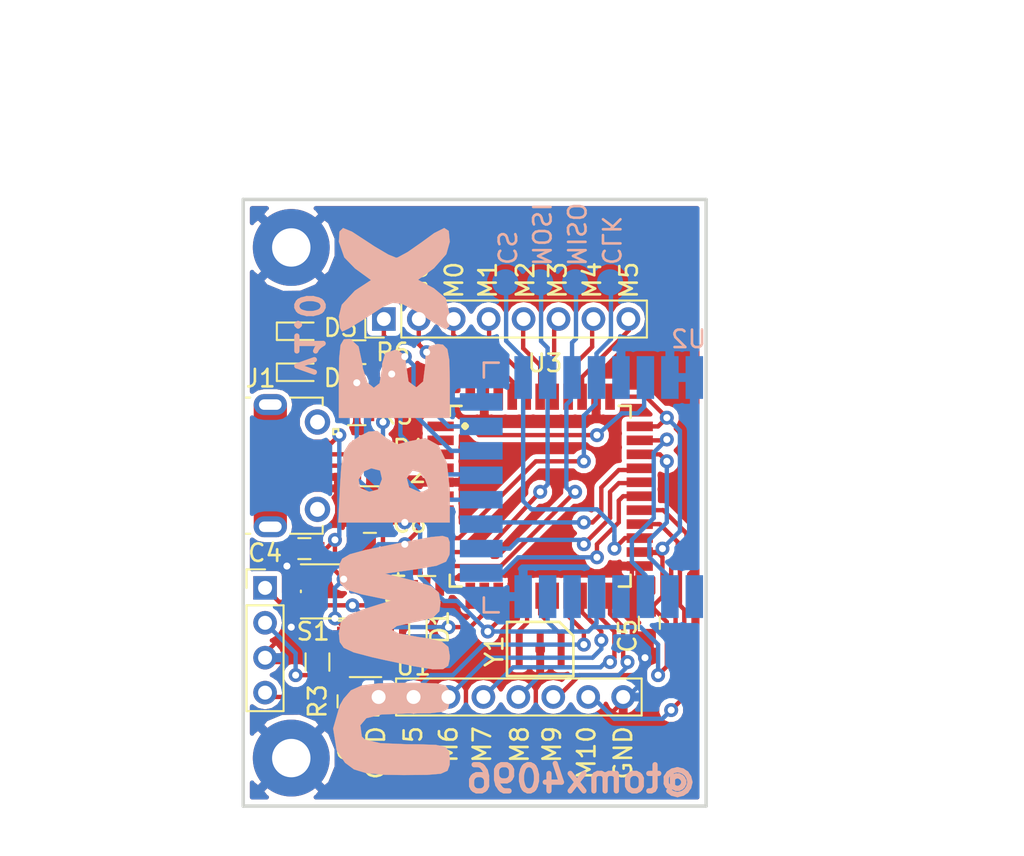
<source format=kicad_pcb>
(kicad_pcb (version 20170123) (host pcbnew no-vcs-found-33e0758~58~ubuntu16.04.1)
  (layers (0 F.Cu signal) (31 B.Cu signal) (34 B.Paste user) (35 F.Paste user) (36 B.SilkS user) (37 F.SilkS user) (38 B.Mask user) (39 F.Mask user) (44 Edge.Cuts user))
  (net 0 "")
  (net 1 +3V3)
  (net 2 GND)
  (net 3 /VBUS)
  (net 4 "Net-(D1-Pad2)")
  (net 5 "Net-(D2-Pad2)")
  (net 6 "Net-(D3-Pad2)")
  (net 7 "Net-(J1-Pad2)")
  (net 8 "Net-(J1-Pad3)")
  (net 9 "Net-(J2-Pad1)")
  (net 10 "Net-(J2-Pad2)")
  (net 11 "Net-(J2-Pad3)")
  (net 12 "Net-(J2-Pad4)")
  (net 13 "Net-(J2-Pad5)")
  (net 14 "Net-(J2-Pad6)")
  (net 15 /g1)
  (net 16 /g0)
  (net 17 "Net-(J3-Pad7)")
  (net 18 "Net-(J3-Pad6)")
  (net 19 "Net-(J3-Pad5)")
  (net 20 "Net-(J3-Pad4)")
  (net 21 "Net-(J3-Pad3)")
  (net 22 "Net-(J3-Pad2)")
  (net 23 /EN)
  (net 24 /RST)
  (net 25 "Net-(R1-Pad1)")
  (net 26 "Net-(R2-Pad1)")
  (net 27 "Net-(R4-Pad2)")
  (net 28 "Net-(R5-Pad1)")
  (net 29 "Net-(R6-Pad1)")
  (net 30 "Net-(U1-Pad4)")
  (net 31 "Net-(U2-Pad1)")
  (net 32 /WAKE)
  (net 33 /gRST)
  (net 34 "Net-(U2-Pad4)")
  (net 35 /g6)
  (net 36 /g5)
  (net 37 /g4)
  (net 38 /CSn)
  (net 39 /MOSI)
  (net 40 /MISO)
  (net 41 /CLK)
  (net 42 /INTq)
  (net 43 "Net-(U3-Pad42)")
  (net 44 "Net-(U3-Pad17)")
  (net 45 "Net-(U3-Pad16)")
  (net 46 "Net-(U3-Pad8)")
  (net 47 "Net-(U3-Pad2)")
  (module Measurement_Points:Measurement_Point_Round-SMD-Pad_Small (layer B.Cu) (at 174.5 117.5 180)
    (fp_text reference "" (at 0 2 270) (layer B.SilkS) (effects (justify mirror)))
    (fp_text value Measurement_Point_Round-SMD-Pad_Small)
    (pad 1 smd circle (at 0 0 180) (size 1.5 1.5) (layers B.Cu B.Mask) (net 38 /CSn))
  )
  (module Measurement_Points:Measurement_Point_Round-SMD-Pad_Small (layer B.Cu) (at 180.5 117.5 180)
    (fp_text reference "" (at 0 2.25 270) (layer B.SilkS) (effects (justify mirror)))
    (fp_text value Measurement_Point_Round-SMD-Pad_Small)
    (pad 1 smd circle (at 0 0 180) (size 1.5 1.5) (layers B.Cu B.Mask) (net 41 /CLK))
  )
  (module Measurement_Points:Measurement_Point_Round-SMD-Pad_Small (layer B.Cu) (at 178.5 117.5 180)
    (fp_text reference "" (at 0 2.75 270) (layer B.SilkS) (effects (justify mirror)))
    (fp_text value Measurement_Point_Round-SMD-Pad_Small)
    (pad 1 smd circle (at 0 0 180) (size 1.5 1.5) (layers B.Cu B.Mask) (net 40 /MISO))
  )
  (module Mounting_Holes:MountingHole_2.2mm_M2_Pad (layer F.Cu) (at 162.25 144.75)
    (fp_text reference "" (at 5.425 1.4) (layer F.SilkS))
    (fp_text value MountingHole_2.2mm_M2_Pad)
    (pad 1 thru_hole circle (at 0 0) (size 4.4 4.4) (drill 2.2) (layers *.Cu *.Mask) (net 2 GND))
  )
  (module uwbridge:dwm1000 (layer B.Cu) (at 180.425 129.25 90)
    (fp_text reference U2 (at 8.5 4.575 180) (layer B.SilkS) (effects (justify mirror)))
    (fp_text value DWM1000)
    (pad 1 smd rect (at -6.25 4.9) (size 1 2.45) (layers B.Cu B.Paste B.Mask) (net 31 "Net-(U2-Pad1)"))
    (pad 2 smd rect (at -6.25 3.5) (size 1 2.45) (layers B.Cu B.Paste B.Mask) (net 32 /WAKE))
    (pad 3 smd rect (at -6.25 2.1) (size 1 2.45) (layers B.Cu B.Paste B.Mask) (net 33 /gRST))
    (pad 4 smd rect (at -6.25 0.7) (size 1 2.45) (layers B.Cu B.Paste B.Mask) (net 34 "Net-(U2-Pad4)"))
    (pad 5 smd rect (at -6.25 -0.7) (size 1 2.45) (layers B.Cu B.Paste B.Mask) (net 1 +3V3))
    (pad 6 smd rect (at -6.25 -2.1) (size 1 2.45) (layers B.Cu B.Paste B.Mask) (net 1 +3V3))
    (pad 7 smd rect (at -6.25 -3.5) (size 1 2.45) (layers B.Cu B.Paste B.Mask) (net 1 +3V3))
    (pad 8 smd rect (at -6.25 -4.9) (size 1 2.45) (layers B.Cu B.Paste B.Mask) (net 2 GND))
    (pad 9 smd rect (at -4.9 -7.3 90) (size 1 2.45) (layers B.Cu B.Paste B.Mask) (net 35 /g6))
    (pad 10 smd rect (at -3.5 -7.3 90) (size 1 2.45) (layers B.Cu B.Paste B.Mask) (net 36 /g5))
    (pad 11 smd rect (at -2.1 -7.3 90) (size 1 2.45) (layers B.Cu B.Paste B.Mask) (net 37 /g4))
    (pad 12 smd rect (at -0.7 -7.3 90) (size 1 2.45) (layers B.Cu B.Paste B.Mask) (net 28 "Net-(R5-Pad1)"))
    (pad 13 smd rect (at 0.7 -7.3 90) (size 1 2.45) (layers B.Cu B.Paste B.Mask) (net 29 "Net-(R6-Pad1)"))
    (pad 14 smd rect (at 2.1 -7.3 90) (size 1 2.45) (layers B.Cu B.Paste B.Mask) (net 15 /g1))
    (pad 15 smd rect (at 3.5 -7.3 90) (size 1 2.45) (layers B.Cu B.Paste B.Mask) (net 16 /g0))
    (pad 16 smd rect (at 4.9 -7.3 90) (size 1 2.45) (layers B.Cu B.Paste B.Mask) (net 2 GND))
    (pad 17 smd rect (at 6.3 -4.9) (size 1 2.45) (layers B.Cu B.Paste B.Mask) (net 38 /CSn))
    (pad 18 smd rect (at 6.3 -3.5) (size 1 2.45) (layers B.Cu B.Paste B.Mask) (net 39 /MOSI))
    (pad 19 smd rect (at 6.3 -2.1) (size 1 2.45) (layers B.Cu B.Paste B.Mask) (net 40 /MISO))
    (pad 20 smd rect (at 6.3 -0.7) (size 1 2.45) (layers B.Cu B.Paste B.Mask) (net 41 /CLK))
    (pad 21 smd rect (at 6.3 0.7) (size 1 2.45) (layers B.Cu B.Paste B.Mask) (net 2 GND))
    (pad 22 smd rect (at 6.3 2.1) (size 1 2.45) (layers B.Cu B.Paste B.Mask) (net 42 /INTq))
    (pad 23 smd rect (at 6.3 3.5) (size 1 2.45) (layers B.Cu B.Paste B.Mask) (net 2 GND))
    (pad 24 smd rect (at 6.3 4.9) (size 1 2.45) (layers B.Cu B.Paste B.Mask) (net 2 GND))
  )
  (module Housings_QFP:TQFP-44_10x10mm_Pitch0.8mm (layer F.Cu) (at 176.5 129.75)
    (fp_text reference U3 (at 0.275 -7.625 180) (layer F.SilkS))
    (fp_text value ATMEGA32U4-MU)
    (pad 1 smd rect (at -5.7 -4) (size 1.5 0.55) (layers F.Cu F.Paste F.Mask) (net 42 /INTq))
    (pad 2 smd rect (at -5.7 -3.2) (size 1.5 0.55) (layers F.Cu F.Paste F.Mask) (net 47 "Net-(U3-Pad2)"))
    (pad 3 smd rect (at -5.7 -2.4) (size 1.5 0.55) (layers F.Cu F.Paste F.Mask) (net 25 "Net-(R1-Pad1)"))
    (pad 4 smd rect (at -5.7 -1.6) (size 1.5 0.55) (layers F.Cu F.Paste F.Mask) (net 26 "Net-(R2-Pad1)"))
    (pad 5 smd rect (at -5.7 -0.8) (size 1.5 0.55) (layers F.Cu F.Paste F.Mask) (net 2 GND))
    (pad 6 smd rect (at -5.7 0) (size 1.5 0.55) (layers F.Cu F.Paste F.Mask) (net 1 +3V3))
    (pad 7 smd rect (at -5.7 0.8) (size 1.5 0.55) (layers F.Cu F.Paste F.Mask) (net 3 /VBUS))
    (pad 8 smd rect (at -5.7 1.6) (size 1.5 0.55) (layers F.Cu F.Paste F.Mask) (net 46 "Net-(U3-Pad8)"))
    (pad 9 smd rect (at -5.7 2.4) (size 1.5 0.55) (layers F.Cu F.Paste F.Mask) (net 41 /CLK))
    (pad 10 smd rect (at -5.7 3.2) (size 1.5 0.55) (layers F.Cu F.Paste F.Mask) (net 39 /MOSI))
    (pad 11 smd rect (at -5.7 4) (size 1.5 0.55) (layers F.Cu F.Paste F.Mask) (net 40 /MISO))
    (pad 12 smd rect (at -4 5.7 90) (size 1.5 0.55) (layers F.Cu F.Paste F.Mask) (net 27 "Net-(R4-Pad2)"))
    (pad 13 smd rect (at -3.2 5.7 90) (size 1.5 0.55) (layers F.Cu F.Paste F.Mask) (net 24 /RST))
    (pad 14 smd rect (at -2.4 5.7 90) (size 1.5 0.55) (layers F.Cu F.Paste F.Mask) (net 1 +3V3))
    (pad 15 smd rect (at -1.6 5.7 90) (size 1.5 0.55) (layers F.Cu F.Paste F.Mask) (net 2 GND))
    (pad 16 smd rect (at -0.8 5.7 90) (size 1.5 0.55) (layers F.Cu F.Paste F.Mask) (net 45 "Net-(U3-Pad16)"))
    (pad 17 smd rect (at 0 5.7 90) (size 1.5 0.55) (layers F.Cu F.Paste F.Mask) (net 44 "Net-(U3-Pad17)"))
    (pad 18 smd rect (at 0.8 5.7 90) (size 1.5 0.55) (layers F.Cu F.Paste F.Mask))
    (pad 19 smd rect (at 1.6 5.7 90) (size 1.5 0.55) (layers F.Cu F.Paste F.Mask) (net 22 "Net-(J3-Pad2)"))
    (pad 20 smd rect (at 2.4 5.7 90) (size 1.5 0.55) (layers F.Cu F.Paste F.Mask) (net 21 "Net-(J3-Pad3)"))
    (pad 21 smd rect (at 3.2 5.7 90) (size 1.5 0.55) (layers F.Cu F.Paste F.Mask) (net 20 "Net-(J3-Pad4)"))
    (pad 22 smd rect (at 4 5.7 90) (size 1.5 0.55) (layers F.Cu F.Paste F.Mask) (net 19 "Net-(J3-Pad5)"))
    (pad 23 smd rect (at 5.7 4) (size 1.5 0.55) (layers F.Cu F.Paste F.Mask) (net 2 GND))
    (pad 24 smd rect (at 5.7 3.2) (size 1.5 0.55) (layers F.Cu F.Paste F.Mask) (net 1 +3V3))
    (pad 25 smd rect (at 5.7 2.4) (size 1.5 0.55) (layers F.Cu F.Paste F.Mask) (net 38 /CSn))
    (pad 26 smd rect (at 5.7 1.6) (size 1.5 0.55) (layers F.Cu F.Paste F.Mask) (net 18 "Net-(J3-Pad6)"))
    (pad 27 smd rect (at 5.7 0.8) (size 1.5 0.55) (layers F.Cu F.Paste F.Mask) (net 17 "Net-(J3-Pad7)"))
    (pad 28 smd rect (at 5.7 0) (size 1.5 0.55) (layers F.Cu F.Paste F.Mask) (net 35 /g6))
    (pad 29 smd rect (at 5.7 -0.8) (size 1.5 0.55) (layers F.Cu F.Paste F.Mask) (net 36 /g5))
    (pad 30 smd rect (at 5.7 -1.6) (size 1.5 0.55) (layers F.Cu F.Paste F.Mask) (net 37 /g4))
    (pad 31 smd rect (at 5.7 -2.4) (size 1.5 0.55) (layers F.Cu F.Paste F.Mask) (net 32 /WAKE))
    (pad 32 smd rect (at 5.7 -3.2) (size 1.5 0.55) (layers F.Cu F.Paste F.Mask) (net 33 /gRST))
    (pad 33 smd rect (at 5.7 -4) (size 1.5 0.55) (layers F.Cu F.Paste F.Mask) (net 1 +3V3))
    (pad 34 smd rect (at 4 -5.7 90) (size 1.5 0.55) (layers F.Cu F.Paste F.Mask) (net 1 +3V3))
    (pad 35 smd rect (at 3.2 -5.7 90) (size 1.5 0.55) (layers F.Cu F.Paste F.Mask) (net 2 GND))
    (pad 36 smd rect (at 2.4 -5.7 90) (size 1.5 0.55) (layers F.Cu F.Paste F.Mask) (net 14 "Net-(J2-Pad6)"))
    (pad 37 smd rect (at 1.6 -5.7 90) (size 1.5 0.55) (layers F.Cu F.Paste F.Mask) (net 13 "Net-(J2-Pad5)"))
    (pad 38 smd rect (at 0.8 -5.7 90) (size 1.5 0.55) (layers F.Cu F.Paste F.Mask) (net 12 "Net-(J2-Pad4)"))
    (pad 39 smd rect (at 0 -5.7 90) (size 1.5 0.55) (layers F.Cu F.Paste F.Mask) (net 11 "Net-(J2-Pad3)"))
    (pad 40 smd rect (at -0.8 -5.7 90) (size 1.5 0.55) (layers F.Cu F.Paste F.Mask) (net 10 "Net-(J2-Pad2)"))
    (pad 41 smd rect (at -1.6 -5.7 90) (size 1.5 0.55) (layers F.Cu F.Paste F.Mask) (net 9 "Net-(J2-Pad1)"))
    (pad 42 smd rect (at -2.4 -5.7 90) (size 1.5 0.55) (layers F.Cu F.Paste F.Mask) (net 43 "Net-(U3-Pad42)"))
    (pad 43 smd rect (at -3.2 -5.7 90) (size 1.5 0.55) (layers F.Cu F.Paste F.Mask) (net 2 GND))
    (pad 44 smd rect (at -4 -5.7 90) (size 1.5 0.55) (layers F.Cu F.Paste F.Mask) (net 1 +3V3))
  )
  (module uwbridge:USB_Micro-B_Molex-105017-0001 (layer F.Cu) (at 163.75 128 270)
    (fp_text reference J1 (at -5 3.25) (layer F.SilkS))
    (fp_text value USB_A)
    (pad 6 smd rect (at 1 2.7 270) (size 1.5 1.9) (layers F.Cu F.Paste F.Mask))
    (pad 6 thru_hole circle (at -2.5 0 270) (size 1.45 1.45) (drill 0.85) (layers *.Cu *.Mask))
    (pad 2 smd rect (at -0.65 0 270) (size 0.4 1.35) (layers F.Cu F.Paste F.Mask) (net 7 "Net-(J1-Pad2)"))
    (pad 1 smd rect (at -1.3 0 270) (size 0.4 1.35) (layers F.Cu F.Paste F.Mask) (net 3 /VBUS))
    (pad 5 smd rect (at 1.3 0 270) (size 0.4 1.35) (layers F.Cu F.Paste F.Mask) (net 2 GND))
    (pad 4 smd rect (at 0.65 0 270) (size 0.4 1.35) (layers F.Cu F.Paste F.Mask) (net 2 GND))
    (pad 3 smd rect (at 0 0 270) (size 0.4 1.35) (layers F.Cu F.Paste F.Mask) (net 8 "Net-(J1-Pad3)"))
    (pad 6 thru_hole circle (at 2.5 0 270) (size 1.45 1.45) (drill 0.85) (layers *.Cu *.Mask))
    (pad 6 smd rect (at -1 2.7 270) (size 1.5 1.9) (layers F.Cu F.Paste F.Mask))
    (pad 6 thru_hole oval (at -3.5 2.7 90) (size 1.2 1.9) (drill oval 0.6 1.3) (layers *.Cu *.Mask))
    (pad 6 thru_hole oval (at 3.5 2.7 270) (size 1.2 1.9) (drill oval 0.6 1.3) (layers *.Cu *.Mask))
    (pad 6 smd rect (at 2.9 2.7 270) (size 1.2 1.9) (layers F.Cu F.Mask))
    (pad 6 smd rect (at -2.9 2.7 270) (size 1.2 1.9) (layers F.Cu F.Mask))
  )
  (module Capacitors_SMD:C_0603 (layer F.Cu) (at 165.5 141.5 270)
    (fp_text reference C3 (at 2.5 0 270) (layer F.SilkS))
    (fp_text value 10uF)
    (pad 1 smd rect (at -0.75 0 270) (size 0.8 0.75) (layers F.Cu F.Paste F.Mask) (net 1 +3V3))
    (pad 2 smd rect (at 0.75 0 270) (size 0.8 0.75) (layers F.Cu F.Paste F.Mask) (net 2 GND))
  )
  (module Capacitors_SMD:C_0603 (layer F.Cu) (at 163 132.75 180)
    (fp_text reference C4 (at 2.25 -0.25 180) (layer F.SilkS))
    (fp_text value 10uF)
    (pad 2 smd rect (at 0.75 0 180) (size 0.8 0.75) (layers F.Cu F.Paste F.Mask) (net 2 GND))
    (pad 1 smd rect (at -0.75 0 180) (size 0.8 0.75) (layers F.Cu F.Paste F.Mask) (net 3 /VBUS))
  )
  (module Capacitors_SMD:C_0603 (layer F.Cu) (at 182.75 137 270)
    (fp_text reference C5 (at 0.75 1.25 270) (layer F.SilkS))
    (fp_text value 10uF)
    (pad 2 smd rect (at 0.75 0 270) (size 0.8 0.75) (layers F.Cu F.Paste F.Mask) (net 2 GND))
    (pad 1 smd rect (at -0.75 0 270) (size 0.8 0.75) (layers F.Cu F.Paste F.Mask) (net 1 +3V3))
  )
  (module Capacitors_SMD:C_0603 (layer F.Cu) (at 166.75 131.25 180)
    (fp_text reference C6 (at -2.275 -0.075 180) (layer F.SilkS))
    (fp_text value 1uF)
    (pad 1 smd rect (at -0.75 0 180) (size 0.8 0.75) (layers F.Cu F.Paste F.Mask) (net 1 +3V3))
    (pad 2 smd rect (at 0.75 0 180) (size 0.8 0.75) (layers F.Cu F.Paste F.Mask) (net 2 GND))
  )
  (module LEDs:LED_0603 (layer F.Cu) (at 169.5 137.25 90)
    (fp_text reference D1 (at 0 1.25 90) (layer F.SilkS))
    (fp_text value LED)
    (pad 2 smd rect (at 0.8 0 270) (size 0.8 0.8) (layers F.Cu F.Paste F.Mask) (net 4 "Net-(D1-Pad2)"))
    (pad 1 smd rect (at -0.8 0 270) (size 0.8 0.8) (layers F.Cu F.Paste F.Mask) (net 2 GND))
  )
  (module LEDs:LED_0603 (layer F.Cu) (at 162.725 122.65)
    (fp_text reference D2 (at 2.35 0.325) (layer F.SilkS))
    (fp_text value LED)
    (pad 1 smd rect (at -0.8 0 180) (size 0.8 0.8) (layers F.Cu F.Paste F.Mask) (net 2 GND))
    (pad 2 smd rect (at 0.8 0 180) (size 0.8 0.8) (layers F.Cu F.Paste F.Mask) (net 5 "Net-(D2-Pad2)"))
  )
  (module LEDs:LED_0603 (layer F.Cu) (at 162.725 120.3)
    (fp_text reference D3 (at 2.35 -0.2) (layer F.SilkS))
    (fp_text value LED)
    (pad 1 smd rect (at -0.8 0 180) (size 0.8 0.8) (layers F.Cu F.Paste F.Mask) (net 2 GND))
    (pad 2 smd rect (at 0.8 0 180) (size 0.8 0.8) (layers F.Cu F.Paste F.Mask) (net 6 "Net-(D3-Pad2)"))
  )
  (module Pin_Headers:Pin_Header_Straight_1x08_Pitch2.00mm (layer F.Cu) (at 167.55 119.6 90)
    (fp_text reference "" (at -0.15 16.2 90) (layer F.SilkS))
    (fp_text value CONN_01X08)
    (pad 8 thru_hole oval (at 0 14 90) (size 1.35 1.35) (drill 0.8) (layers *.Cu *.Mask) (net 14 "Net-(J2-Pad6)"))
    (pad 7 thru_hole oval (at 0 12 90) (size 1.35 1.35) (drill 0.8) (layers *.Cu *.Mask) (net 13 "Net-(J2-Pad5)"))
    (pad 6 thru_hole oval (at 0 10 90) (size 1.35 1.35) (drill 0.8) (layers *.Cu *.Mask) (net 12 "Net-(J2-Pad4)"))
    (pad 5 thru_hole oval (at 0 8 90) (size 1.35 1.35) (drill 0.8) (layers *.Cu *.Mask) (net 11 "Net-(J2-Pad3)"))
    (pad 4 thru_hole oval (at 0 6 90) (size 1.35 1.35) (drill 0.8) (layers *.Cu *.Mask) (net 10 "Net-(J2-Pad2)"))
    (pad 3 thru_hole oval (at 0 4 90) (size 1.35 1.35) (drill 0.8) (layers *.Cu *.Mask) (net 9 "Net-(J2-Pad1)"))
    (pad 2 thru_hole oval (at 0 2 90) (size 1.35 1.35) (drill 0.8) (layers *.Cu *.Mask) (net 16 /g0))
    (pad 1 thru_hole rect (at 0 0 90) (size 1.35 1.35) (drill 0.8) (layers *.Cu *.Mask) (net 15 /g1))
  )
  (module Pin_Headers:Pin_Header_Straight_1x08_Pitch2.00mm (layer F.Cu) (at 167.25 141.25 90)
    (fp_text reference "" (at 0 -2.06 90) (layer F.SilkS))
    (fp_text value CONN_01X08)
    (pad 8 thru_hole oval (at 0 14 90) (size 1.35 1.35) (drill 0.8) (layers *.Cu *.Mask) (net 2 GND))
    (pad 7 thru_hole oval (at 0 12 90) (size 1.35 1.35) (drill 0.8) (layers *.Cu *.Mask) (net 17 "Net-(J3-Pad7)"))
    (pad 6 thru_hole oval (at 0 10 90) (size 1.35 1.35) (drill 0.8) (layers *.Cu *.Mask) (net 18 "Net-(J3-Pad6)"))
    (pad 5 thru_hole oval (at 0 8 90) (size 1.35 1.35) (drill 0.8) (layers *.Cu *.Mask) (net 19 "Net-(J3-Pad5)"))
    (pad 4 thru_hole oval (at 0 6 90) (size 1.35 1.35) (drill 0.8) (layers *.Cu *.Mask) (net 20 "Net-(J3-Pad4)"))
    (pad 3 thru_hole oval (at 0 4 90) (size 1.35 1.35) (drill 0.8) (layers *.Cu *.Mask) (net 21 "Net-(J3-Pad3)"))
    (pad 2 thru_hole oval (at 0 2 90) (size 1.35 1.35) (drill 0.8) (layers *.Cu *.Mask) (net 22 "Net-(J3-Pad2)"))
    (pad 1 thru_hole rect (at 0 0 90) (size 1.35 1.35) (drill 0.8) (layers *.Cu *.Mask) (net 2 GND))
  )
  (module Pin_Headers:Pin_Header_Straight_1x04_Pitch2.00mm (layer F.Cu) (at 160.75 135)
    (fp_text reference "" (at 0 -2.06) (layer F.SilkS))
    (fp_text value CONN_01X04)
    (pad 4 thru_hole oval (at 0 6) (size 1.35 1.35) (drill 0.8) (layers *.Cu *.Mask) (net 1 +3V3))
    (pad 3 thru_hole oval (at 0 4) (size 1.35 1.35) (drill 0.8) (layers *.Cu *.Mask) (net 2 GND))
    (pad 2 thru_hole oval (at 0 2) (size 1.35 1.35) (drill 0.8) (layers *.Cu *.Mask) (net 23 /EN))
    (pad 1 thru_hole rect (at 0 0) (size 1.35 1.35) (drill 0.8) (layers *.Cu *.Mask) (net 24 /RST))
  )
  (module uwbridge:spst_kmr2 (layer F.Cu) (at 165 135.2 180)
    (fp_text reference S1 (at 1.5 -2.3 180) (layer F.SilkS))
    (fp_text value CONN_01X04)
    (pad 1 smd rect (at -2.05 -0.8 180) (size 0.9 1) (layers F.Cu F.Paste F.Mask) (net 24 /RST))
    (pad 2 smd rect (at -2.05 0.8 180) (size 0.9 1) (layers F.Cu F.Paste F.Mask) (net 2 GND))
    (pad 1 smd rect (at 2.05 -0.8 180) (size 0.9 1) (layers F.Cu F.Paste F.Mask) (net 24 /RST))
    (pad 2 smd rect (at 2.05 0.8 180) (size 0.9 1) (layers F.Cu F.Paste F.Mask) (net 2 GND))
  )
  (module Resistors_SMD:R_0603 (layer F.Cu) (at 166.75 127 180)
    (fp_text reference R1 (at -2.275 -0.025 180) (layer F.SilkS))
    (fp_text value 22)
    (pad 1 smd rect (at -0.75 0 180) (size 0.5 0.9) (layers F.Cu F.Paste F.Mask) (net 25 "Net-(R1-Pad1)"))
    (pad 2 smd rect (at 0.75 0 180) (size 0.5 0.9) (layers F.Cu F.Paste F.Mask) (net 7 "Net-(J1-Pad2)"))
  )
  (module Resistors_SMD:R_0603 (layer F.Cu) (at 166.75 128.5 180)
    (fp_text reference R2 (at -2.25 0.025 180) (layer F.SilkS))
    (fp_text value 22)
    (pad 2 smd rect (at 0.75 0 180) (size 0.5 0.9) (layers F.Cu F.Paste F.Mask) (net 8 "Net-(J1-Pad3)"))
    (pad 1 smd rect (at -0.75 0 180) (size 0.5 0.9) (layers F.Cu F.Paste F.Mask) (net 26 "Net-(R2-Pad1)"))
  )
  (module Resistors_SMD:R_0603 (layer F.Cu) (at 163.75 139.25 90)
    (fp_text reference R3 (at -2.25 0 90) (layer F.SilkS))
    (fp_text value 100k)
    (pad 2 smd rect (at 0.75 0 90) (size 0.5 0.9) (layers F.Cu F.Paste F.Mask) (net 3 /VBUS))
    (pad 1 smd rect (at -0.75 0 90) (size 0.5 0.9) (layers F.Cu F.Paste F.Mask) (net 23 /EN))
  )
  (module Resistors_SMD:R_0603 (layer F.Cu) (at 170 135)
    (fp_text reference R4 (at -1.75 0 90) (layer F.SilkS))
    (fp_text value 2.2K)
    (pad 1 smd rect (at -0.75 0) (size 0.5 0.9) (layers F.Cu F.Paste F.Mask) (net 4 "Net-(D1-Pad2)"))
    (pad 2 smd rect (at 0.75 0) (size 0.5 0.9) (layers F.Cu F.Paste F.Mask) (net 27 "Net-(R4-Pad2)"))
  )
  (module Resistors_SMD:R_0603 (layer F.Cu) (at 166 125 180)
    (fp_text reference R5 (at -2.25 -0.125 180) (layer F.SilkS))
    (fp_text value 330)
    (pad 1 smd rect (at -0.75 0 180) (size 0.5 0.9) (layers F.Cu F.Paste F.Mask) (net 28 "Net-(R5-Pad1)"))
    (pad 2 smd rect (at 0.75 0 180) (size 0.5 0.9) (layers F.Cu F.Paste F.Mask) (net 5 "Net-(D2-Pad2)"))
  )
  (module Resistors_SMD:R_0603 (layer F.Cu) (at 166 121.5 180)
    (fp_text reference R6 (at -2.075 0 180) (layer F.SilkS))
    (fp_text value 330)
    (pad 2 smd rect (at 0.75 0 180) (size 0.5 0.9) (layers F.Cu F.Paste F.Mask) (net 6 "Net-(D3-Pad2)"))
    (pad 1 smd rect (at -0.75 0 180) (size 0.5 0.9) (layers F.Cu F.Paste F.Mask) (net 29 "Net-(R6-Pad1)"))
  )
  (module uwbridge:SOT23-5 (layer F.Cu) (at 166.5 138.5)
    (fp_text reference U1 (at 2.75 1 180) (layer F.SilkS))
    (fp_text value SPX3819-3.3)
    (pad 1 smd rect (at -1.1 -0.95) (size 1.06 0.65) (layers F.Cu F.Paste F.Mask) (net 3 /VBUS))
    (pad 2 smd rect (at -1.1 0) (size 1.06 0.65) (layers F.Cu F.Paste F.Mask) (net 2 GND))
    (pad 3 smd rect (at -1.1 0.95) (size 1.06 0.65) (layers F.Cu F.Paste F.Mask) (net 23 /EN))
    (pad 4 smd rect (at 1.1 0.95) (size 1.06 0.65) (layers F.Cu F.Paste F.Mask) (net 30 "Net-(U1-Pad4)"))
    (pad 5 smd rect (at 1.1 -0.95) (size 1.06 0.65) (layers F.Cu F.Paste F.Mask) (net 1 +3V3))
  )
  (module uwbridge:smd_resonator_cstce_g15c (layer F.Cu) (at 176.5 138.5 180)
    (fp_text reference Y1 (at 2.625 -0.125 270) (layer F.SilkS))
    (fp_text value Resonator)
    (pad 3 smd rect (at 1.2 0 180) (size 0.4 2.1) (layers F.Cu F.Paste F.Mask) (net 45 "Net-(U3-Pad16)"))
    (pad 2 smd rect (at 0 0 180) (size 0.4 2.1) (layers F.Cu F.Paste F.Mask) (net 2 GND))
    (pad 1 smd rect (at -1.2 0 180) (size 0.4 2.1) (layers F.Cu F.Paste F.Mask) (net 44 "Net-(U3-Pad17)"))
  )
  (module Mounting_Holes:MountingHole_2.2mm_M2_Pad (layer F.Cu) (at 162.25 115.5)
    (fp_text reference "" (at 0 -3.2) (layer F.SilkS))
    (fp_text value MountingHole_2.2mm_M2_Pad)
    (pad 1 thru_hole circle (at 0 0) (size 4.4 4.4) (drill 2.2) (layers *.Cu *.Mask) (net 2 GND))
  )
  (module Measurement_Points:Measurement_Point_Round-SMD-Pad_Small (layer B.Cu) (at 176.5 117.5 180)
    (fp_text reference "" (at 0 2.75 270) (layer B.SilkS) (effects (justify mirror)))
    (fp_text value Measurement_Point_Round-SMD-Pad_Small)
    (pad 1 smd circle (at 0 0 180) (size 1.5 1.5) (layers B.Cu B.Mask) (net 39 /MOSI))
  )
  (module uwbridge:UWBEX (layer B.Cu) (at 168.15 130.2 90)
    (fp_text reference G*** hide)
    (fp_text value LOGO hide)
  )
  (gr_text v1.0 (at 163.25 120.5 270) (layer B.SilkS) (effects (font (size 1.5 1.5) (thickness 0.3)) (justify mirror)))
  (gr_text @tomx4096 (at 178.825 145.95) (layer B.SilkS) (effects (font (size 1.5 1.5) (thickness 0.3)) (justify mirror)))
  (gr_text GND (at 167.1 142.825 90) (layer F.SilkS) (effects (font (size 1 1)) (justify right)))
  (gr_text M5 (at 169.225 142.825 90) (layer F.SilkS) (effects (font (size 1 1)) (justify right)))
  (gr_text M7 (at 173.175 142.825 90) (layer F.SilkS) (effects (font (size 1 1)) (justify right)))
  (gr_text M6 (at 171.25 142.825 90) (layer F.SilkS) (effects (font (size 1 1)) (justify right)))
  (gr_text M10 (at 179.15 142.825 90) (layer F.SilkS) (effects (font (size 1 1)) (justify right)))
  (gr_text GND (at 181.25 142.825 90) (layer F.SilkS) (effects (font (size 1 1)) (justify right)))
  (gr_text M9 (at 177.175 142.825 90) (layer F.SilkS) (effects (font (size 1 1)) (justify right)))
  (gr_text M8 (at 175.325 142.825 90) (layer F.SilkS) (effects (font (size 1 1)) (justify right)))
  (gr_text M2 (at 175.65 117.375 90) (layer F.SilkS) (effects (font (size 1 1))))
  (gr_text M3 (at 177.5 117.375 90) (layer F.SilkS) (effects (font (size 1 1))))
  (gr_text M5 (at 181.575 117.375 90) (layer F.SilkS) (effects (font (size 1 1))))
  (gr_text M4 (at 179.475 117.375 90) (layer F.SilkS) (effects (font (size 1 1))))
  (gr_text M0 (at 171.575 117.375 90) (layer F.SilkS) (effects (font (size 1 1))))
  (gr_text M1 (at 173.5 117.375 90) (layer F.SilkS) (effects (font (size 1 1))))
  (gr_text G0 (at 169.55 117.375 90) (layer F.SilkS) (effects (font (size 1 1))))
  (gr_text G1 (at 167.425 117.375 90) (layer F.SilkS) (effects (font (size 1 1))))
  (gr_text . (at 172.2 125.125) (layer F.SilkS) (effects (font (size 1.5 1.5) (thickness 0.3))))
  (gr_text CLK (at 180.55 115.1 270) (layer B.SilkS) (effects (font (size 1 1)) (justify mirror)))
  (gr_text MISO (at 178.55 114.75 270) (layer B.SilkS) (effects (font (size 1 1)) (justify mirror)))
  (gr_text MOSI (at 176.55 114.75 270) (layer B.SilkS) (effects (font (size 1 1)) (justify mirror)))
  (gr_text CS (at 174.575 115.525 270) (layer B.SilkS) (effects (font (size 1 1)) (justify mirror)))
  (gr_line (start 159.5 112.75) (end 159.5 112.75) (layer Edge.Cuts) (width 0.2))
  (gr_line (start 159.5 147.5) (end 159.5 112.75) (layer Edge.Cuts) (width 0.2))
  (gr_line (start 186 147.5) (end 159.5 147.5) (layer Edge.Cuts) (width 0.2))
  (gr_line (start 186 112.75) (end 186 147.5) (layer Edge.Cuts) (width 0.2))
  (gr_line (start 159.5 112.75) (end 186 112.75) (layer Edge.Cuts) (width 0.2))
  (segment (start 168 133.25) (end 167.5 132.75) (width 0.25) (layer F.Cu) (net 1))
  (segment (start 168 137.25) (end 168 133.25) (width 0.25) (layer F.Cu) (net 1))
  (segment (start 167.5 132.75) (end 167.5 131.25) (width 0.25) (layer F.Cu) (net 1))
  (segment (start 168.75 131.25) (end 167.5 131.25) (width 0.25) (layer F.Cu) (net 1))
  (segment (start 164.25 141.25) (end 160.75 141.25) (width 0.25) (layer F.Cu) (net 1))
  (segment (start 160.75 141.25) (end 160.75 141) (width 0.25) (layer F.Cu) (net 1))
  (segment (start 165.5 140.75) (end 164.75 140.75) (width 0.25) (layer F.Cu) (net 1))
  (segment (start 164.75 140.75) (end 164.25 141.25) (width 0.25) (layer F.Cu) (net 1))
  (segment (start 165.5 140.75) (end 165.75 140.75) (width 0.25) (layer F.Cu) (net 1))
  (segment (start 165.75 140.75) (end 166.5 140) (width 0.25) (layer F.Cu) (net 1))
  (segment (start 166.5 140) (end 166.5 138.75) (width 0.25) (layer F.Cu) (net 1))
  (segment (start 166.5 138.75) (end 167.75 137.5) (width 0.25) (layer F.Cu) (net 1))
  (segment (start 167.75 137.5) (end 167.6 137.55) (width 0.25) (layer F.Cu) (net 1))
  (segment (start 183.75 137.5) (end 183.75 136.950002) (width 0.25) (layer F.Cu) (net 1))
  (segment (start 183.75 136.950002) (end 183.5 136.700002) (width 0.25) (layer F.Cu) (net 1))
  (segment (start 183.25 140) (end 183.75 139.5) (width 0.25) (layer F.Cu) (net 1))
  (segment (start 183.75 139.5) (end 183.75 137.5) (width 0.25) (layer F.Cu) (net 1))
  (segment (start 182.75 136.25) (end 183.049998 136.25) (width 0.25) (layer F.Cu) (net 1))
  (segment (start 183.049998 136.25) (end 183.5 136.700002) (width 0.25) (layer F.Cu) (net 1))
  (segment (start 182 137.25) (end 182.25 137.25) (width 0.25) (layer B.Cu) (net 1))
  (segment (start 179.5 137.25) (end 182 137.25) (width 0.25) (layer B.Cu) (net 1))
  (segment (start 183.25 138.25) (end 183.25 140) (width 0.25) (layer B.Cu) (net 1))
  (segment (start 182.25 137.25) (end 183.25 138.25) (width 0.25) (layer B.Cu) (net 1))
  (segment (start 183.5 133.25) (end 183.5 135.5) (width 0.25) (layer F.Cu) (net 1))
  (segment (start 182.75 133) (end 183.25 133) (width 0.25) (layer F.Cu) (net 1))
  (segment (start 183.5 133.25) (end 183.25 133) (width 0.25) (layer F.Cu) (net 1))
  (segment (start 183.5 135.5) (end 182.75 136.25) (width 0.25) (layer F.Cu) (net 1))
  (segment (start 179.5 137.25) (end 179.25 137.5) (width 0.25) (layer B.Cu) (net 1))
  (segment (start 182.2 132.95) (end 183.3 132.95) (width 0.25) (layer F.Cu) (net 1))
  (segment (start 184.5 131.25) (end 184.5 129) (width 0.25) (layer B.Cu) (net 1))
  (segment (start 184.5 126) (end 183.75 125.25) (width 0.25) (layer B.Cu) (net 1))
  (segment (start 184.5 129) (end 184.5 126) (width 0.25) (layer B.Cu) (net 1))
  (segment (start 184.5 131.75) (end 184.5 131.25) (width 0.25) (layer B.Cu) (net 1))
  (via (at 183.75 125.25) (size 0.8) (drill 0.4) (layers F.Cu B.Cu) (net 1))
  (segment (start 183.5 132.75) (end 184.5 131.75) (width 0.25) (layer B.Cu) (net 1))
  (via (at 183.5 132.75) (size 0.8) (drill 0.4) (layers F.Cu B.Cu) (net 1))
  (segment (start 183.3 132.95) (end 183.5 132.75) (width 0.25) (layer F.Cu) (net 1))
  (segment (start 182.75 133) (end 182.2 132.95) (width 0.25) (layer F.Cu) (net 1))
  (via (at 183.25 140) (size 0.8) (drill 0.4) (layers F.Cu B.Cu) (net 1))
  (segment (start 183.25 140) (end 183 140) (width 0.25) (layer F.Cu) (net 1))
  (segment (start 182.5 133) (end 182.2 132.95) (width 0.25) (layer F.Cu) (net 1))
  (segment (start 168.75 131.25) (end 168.75 130.5) (width 0.25) (layer B.Cu) (net 1))
  (via (at 166 123.25) (size 0.8) (drill 0.4) (layers F.Cu B.Cu) (net 1))
  (segment (start 166 127.5) (end 166 123.25) (width 0.25) (layer B.Cu) (net 1))
  (segment (start 166 128.75) (end 166 127.5) (width 0.25) (layer B.Cu) (net 1))
  (segment (start 167.375 130) (end 166 128.75) (width 0.25) (layer B.Cu) (net 1))
  (segment (start 168.75 130.5) (end 168.25 130) (width 0.25) (layer B.Cu) (net 1))
  (segment (start 168.25 130) (end 167.375 130) (width 0.25) (layer B.Cu) (net 1))
  (segment (start 168.75 131.25) (end 168.75 130.5) (width 0.25) (layer F.Cu) (net 1))
  (segment (start 168.75 130.5) (end 169.5 129.75) (width 0.25) (layer F.Cu) (net 1))
  (segment (start 169.5 129.75) (end 170 129.75) (width 0.25) (layer F.Cu) (net 1))
  (segment (start 168.75 130.5) (end 168.5 130.25) (width 0.25) (layer F.Cu) (net 1))
  (segment (start 168.75 131.25) (end 168.75 131) (width 0.25) (layer F.Cu) (net 1))
  (via (at 168.75 131.25) (size 0.8) (drill 0.4) (layers F.Cu B.Cu) (net 1))
  (segment (start 169.75 129.75) (end 170 129.75) (width 0.25) (layer F.Cu) (net 1))
  (segment (start 170 129.75) (end 170.5 129.75) (width 0.25) (layer F.Cu) (net 1))
  (segment (start 169.625 131.875) (end 169.625 131.625) (width 0.25) (layer B.Cu) (net 1))
  (segment (start 173.5 137.5) (end 171.75 135.75) (width 0.25) (layer B.Cu) (net 1))
  (segment (start 169.625 134.25) (end 169.625 134.375) (width 0.25) (layer B.Cu) (net 1))
  (segment (start 169.625 134.375) (end 171 135.75) (width 0.25) (layer B.Cu) (net 1))
  (segment (start 169.625 131.875) (end 169.625 134.25) (width 0.25) (layer B.Cu) (net 1))
  (segment (start 171 135.75) (end 171.75 135.75) (width 0.25) (layer B.Cu) (net 1))
  (segment (start 169.25 131.25) (end 168.75 131.25) (width 0.25) (layer B.Cu) (net 1))
  (segment (start 169.625 131.625) (end 169.25 131.25) (width 0.25) (layer B.Cu) (net 1))
  (segment (start 168.75 131.25) (end 169 131.25) (width 0.25) (layer B.Cu) (net 1))
  (segment (start 178.325 135.5) (end 178.325 137.5) (width 0.25) (layer B.Cu) (net 1))
  (segment (start 178.3 137.575) (end 178.3 137.5) (width 0.25) (layer B.Cu) (net 1))
  (segment (start 178.3 137.525) (end 178.3 137.575) (width 0.25) (layer B.Cu) (net 1))
  (segment (start 178.325 137.5) (end 178.3 137.525) (width 0.25) (layer B.Cu) (net 1))
  (segment (start 176.925 135.5) (end 176.925 136.925) (width 0.25) (layer B.Cu) (net 1))
  (segment (start 176.925 136.925) (end 177.5 137.5) (width 0.25) (layer B.Cu) (net 1))
  (segment (start 180.5 124.05) (end 182.55 124.05) (width 0.25) (layer F.Cu) (net 1))
  (segment (start 182.55 124.05) (end 183.75 125.25) (width 0.25) (layer F.Cu) (net 1))
  (segment (start 173.5 137.5) (end 177 137.5) (width 0.25) (layer B.Cu) (net 1))
  (segment (start 177 137.5) (end 177.5 137.5) (width 0.25) (layer B.Cu) (net 1))
  (segment (start 177.5 137.5) (end 177.75 137.5) (width 0.25) (layer B.Cu) (net 1))
  (segment (start 177.75 137.5) (end 178.3 137.5) (width 0.25) (layer B.Cu) (net 1))
  (segment (start 178.3 137.5) (end 179.25 137.5) (width 0.25) (layer B.Cu) (net 1))
  (segment (start 174.1 136.9) (end 173.5 137.5) (width 0.25) (layer F.Cu) (net 1))
  (via (at 173.5 137.5) (size 0.8) (drill 0.4) (layers F.Cu B.Cu) (net 1))
  (segment (start 174.1 136.9) (end 174.1 135.45) (width 0.25) (layer F.Cu) (net 1))
  (segment (start 174 135.5) (end 174.1 135.45) (width 0.25) (layer F.Cu) (net 1))
  (segment (start 167.5 124.25) (end 166.75 123.5) (width 0.25) (layer F.Cu) (net 1))
  (segment (start 166.75 123.5) (end 166.25 123.5) (width 0.25) (layer F.Cu) (net 1))
  (segment (start 166.25 123.5) (end 166 123.25) (width 0.25) (layer F.Cu) (net 1))
  (segment (start 167.5 124.25) (end 172.5 124.25) (width 0.25) (layer F.Cu) (net 1))
  (segment (start 166 123.25) (end 166.25 123.5) (width 0.25) (layer F.Cu) (net 1))
  (segment (start 172.5 124.25) (end 172.5 124.05) (width 0.25) (layer F.Cu) (net 1))
  (segment (start 180.5 124.5) (end 180.5 124.05) (width 0.25) (layer F.Cu) (net 1))
  (segment (start 183.75 125.25) (end 183.25 125.75) (width 0.25) (layer F.Cu) (net 1))
  (segment (start 183.25 125.75) (end 182.25 125.75) (width 0.25) (layer F.Cu) (net 1))
  (segment (start 182.25 125.75) (end 182.2 125.75) (width 0.25) (layer F.Cu) (net 1))
  (segment (start 170.5 129.75) (end 170.8 129.75) (width 0.25) (layer F.Cu) (net 1))
  (segment (start 168 137.25) (end 167.75 137.5) (width 0.25) (layer F.Cu) (net 1))
  (segment (start 167.75 137.5) (end 167.6 137.55) (width 0.25) (layer F.Cu) (net 1))
  (segment (start 160.75 141) (end 161 141) (width 0.25) (layer F.Cu) (net 1))
  (segment (start 179.725 135.5) (end 179.725 137.025) (width 0.25) (layer B.Cu) (net 1))
  (segment (start 179.725 137.025) (end 179.5 137.25) (width 0.25) (layer B.Cu) (net 1))
  (segment (start 179.25 137.5) (end 179.5 137.25) (width 0.25) (layer B.Cu) (net 1))
  (segment (start 167 129.5) (end 168.25 129.5) (width 0.25) (layer F.Cu) (net 2))
  (segment (start 166.75 129.25) (end 167 129.5) (width 0.25) (layer F.Cu) (net 2))
  (segment (start 168.25 129.5) (end 168.5 129.25) (width 0.25) (layer F.Cu) (net 2))
  (segment (start 165.25 129.5) (end 165.25 130.5) (width 0.25) (layer F.Cu) (net 2))
  (segment (start 165.25 130.5) (end 166 131.25) (width 0.25) (layer F.Cu) (net 2))
  (segment (start 182.75 137.75) (end 182.75 138.75) (width 0.25) (layer F.Cu) (net 2))
  (segment (start 182.75 138.75) (end 182.5 139) (width 0.25) (layer F.Cu) (net 2))
  (segment (start 181.25 141.25) (end 181.5 141.25) (width 0.25) (layer B.Cu) (net 2))
  (segment (start 181.5 141.25) (end 182.5 140.25) (width 0.25) (layer B.Cu) (net 2))
  (segment (start 182.5 140.25) (end 182.5 139) (width 0.25) (layer B.Cu) (net 2))
  (segment (start 182 138.5) (end 181.75 138.25) (width 0.25) (layer F.Cu) (net 2))
  (segment (start 181.75 138.25) (end 181.75 133.75) (width 0.25) (layer F.Cu) (net 2))
  (segment (start 181.75 133.75) (end 182.2 133.75) (width 0.25) (layer F.Cu) (net 2))
  (segment (start 182.5 139) (end 182 138.5) (width 0.25) (layer F.Cu) (net 2))
  (segment (start 182 133.75) (end 182.2 133.75) (width 0.25) (layer F.Cu) (net 2))
  (segment (start 162.25 132.75) (end 162.25 133.5) (width 0.25) (layer F.Cu) (net 2))
  (segment (start 162.25 133.5) (end 162 133.75) (width 0.25) (layer F.Cu) (net 2))
  (segment (start 162.95 134.4) (end 162.65 134.4) (width 0.25) (layer F.Cu) (net 2))
  (segment (start 162.65 134.4) (end 162 133.75) (width 0.25) (layer F.Cu) (net 2))
  (segment (start 160.825 139.25) (end 163 139.25) (width 0.25) (layer F.Cu) (net 2))
  (segment (start 164.25 139.25) (end 165 138.5) (width 0.25) (layer F.Cu) (net 2))
  (segment (start 163 139.25) (end 164.25 139.25) (width 0.25) (layer F.Cu) (net 2))
  (segment (start 160.825 139.25) (end 160.75 139.175) (width 0.25) (layer F.Cu) (net 2))
  (segment (start 160.75 139.175) (end 160.75 139) (width 0.25) (layer F.Cu) (net 2))
  (segment (start 174.75 135.5) (end 174.8 135.325) (width 0.25) (layer F.Cu) (net 2))
  (segment (start 162.525 121.4) (end 162.425 121.4) (width 0.25) (layer F.Cu) (net 2))
  (segment (start 161.9 121.925) (end 161.9 122.55) (width 0.25) (layer F.Cu) (net 2))
  (segment (start 162.425 121.4) (end 161.9 121.925) (width 0.25) (layer F.Cu) (net 2))
  (segment (start 161.9 122.55) (end 161.925 122.65) (width 0.25) (layer F.Cu) (net 2))
  (segment (start 164.5375 123.2875) (end 164.5375 121.7625) (width 0.25) (layer F.Cu) (net 2))
  (segment (start 161.9 120.775) (end 161.9 120.325) (width 0.25) (layer F.Cu) (net 2))
  (segment (start 162.55 121.425) (end 162.525 121.4) (width 0.25) (layer F.Cu) (net 2))
  (segment (start 162.525 121.4) (end 161.9 120.775) (width 0.25) (layer F.Cu) (net 2))
  (segment (start 164.2 121.425) (end 162.55 121.425) (width 0.25) (layer F.Cu) (net 2))
  (segment (start 164.5375 121.7625) (end 164.2 121.425) (width 0.25) (layer F.Cu) (net 2))
  (segment (start 161.9 120.325) (end 161.925 120.3) (width 0.25) (layer F.Cu) (net 2))
  (segment (start 164.75 123.5) (end 164.5375 123.2875) (width 0.25) (layer F.Cu) (net 2))
  (segment (start 164.5375 123.2875) (end 164.5 123.25) (width 0.25) (layer F.Cu) (net 2))
  (segment (start 166 124.75) (end 166 124.25) (width 0.25) (layer F.Cu) (net 2))
  (segment (start 166 125.5) (end 166 124.75) (width 0.25) (layer F.Cu) (net 2))
  (segment (start 166 125.5) (end 166.75 126.25) (width 0.25) (layer F.Cu) (net 2))
  (segment (start 165.25 124) (end 164.75 123.5) (width 0.25) (layer F.Cu) (net 2))
  (segment (start 165.75 124) (end 165.25 124) (width 0.25) (layer F.Cu) (net 2))
  (segment (start 166 124.25) (end 165.75 124) (width 0.25) (layer F.Cu) (net 2))
  (segment (start 176.25 140.5) (end 176.5 140.25) (width 0.25) (layer F.Cu) (net 2))
  (segment (start 176.25 140.5) (end 176.25 141.75) (width 0.25) (layer F.Cu) (net 2))
  (segment (start 176.75 142.5) (end 177 142.5) (width 0.25) (layer F.Cu) (net 2))
  (segment (start 176.25 141.75) (end 177 142.5) (width 0.25) (layer F.Cu) (net 2))
  (segment (start 176.5 140.25) (end 176.5 138.75) (width 0.25) (layer F.Cu) (net 2))
  (segment (start 176.5 138.75) (end 176.5 138.5) (width 0.25) (layer F.Cu) (net 2))
  (segment (start 174.9 136.5) (end 174.9 136.85) (width 0.25) (layer F.Cu) (net 2))
  (segment (start 174.5 138.25) (end 173.25 139.5) (width 0.25) (layer F.Cu) (net 2))
  (segment (start 174.5 137.25) (end 174.5 138.25) (width 0.25) (layer F.Cu) (net 2))
  (segment (start 174.9 136.85) (end 174.5 137.25) (width 0.25) (layer F.Cu) (net 2))
  (segment (start 174.9 135.45) (end 174.9 136.5) (width 0.25) (layer F.Cu) (net 2))
  (segment (start 172.25 140.5) (end 172.25 142.5) (width 0.25) (layer F.Cu) (net 2))
  (segment (start 173.25 139.5) (end 172.25 140.5) (width 0.25) (layer F.Cu) (net 2))
  (via (at 182.5 139) (size 0.8) (drill 0.4) (layers F.Cu B.Cu) (net 2))
  (segment (start 182.2 133.8) (end 182.25 133.75) (width 0.25) (layer F.Cu) (net 2))
  (segment (start 182.25 133.75) (end 182.2 133.75) (width 0.25) (layer F.Cu) (net 2))
  (segment (start 168.75 129) (end 170.75 129) (width 0.25) (layer F.Cu) (net 2))
  (segment (start 168.5 129.25) (end 168.75 129) (width 0.25) (layer F.Cu) (net 2))
  (segment (start 170.75 129) (end 170.8 128.95) (width 0.25) (layer F.Cu) (net 2))
  (segment (start 166.75 129.25) (end 166.75 126.25) (width 0.25) (layer F.Cu) (net 2))
  (segment (start 181.25 141) (end 181.25 141.25) (width 0.25) (layer B.Cu) (net 2))
  (segment (start 160.75 139) (end 160.75 138.75) (width 0.25) (layer F.Cu) (net 2))
  (segment (start 160.75 138.75) (end 162.25 137.25) (width 0.25) (layer F.Cu) (net 2))
  (via (at 162 133.75) (size 0.8) (drill 0.4) (layers F.Cu B.Cu) (net 2))
  (segment (start 162 137) (end 162 133.75) (width 0.25) (layer B.Cu) (net 2))
  (segment (start 162.25 137.25) (end 162 137) (width 0.25) (layer B.Cu) (net 2))
  (via (at 162.25 137.25) (size 0.8) (drill 0.4) (layers F.Cu B.Cu) (net 2))
  (segment (start 162.75 134.25) (end 162.95 134.2) (width 0.25) (layer F.Cu) (net 2))
  (segment (start 170.25 140) (end 170.25 141.75) (width 0.25) (layer F.Cu) (net 2))
  (segment (start 170.25 140) (end 169.5 139.25) (width 0.25) (layer F.Cu) (net 2))
  (segment (start 169.5 138.25) (end 169.5 139.25) (width 0.25) (layer F.Cu) (net 2))
  (segment (start 171 142.5) (end 172.25 142.5) (width 0.25) (layer F.Cu) (net 2))
  (segment (start 172.25 142.5) (end 173 142.5) (width 0.25) (layer F.Cu) (net 2))
  (segment (start 170.25 141.75) (end 171 142.5) (width 0.25) (layer F.Cu) (net 2))
  (segment (start 173 142.5) (end 174.25 142.5) (width 0.25) (layer F.Cu) (net 2))
  (segment (start 174.25 142.5) (end 176.25 142.5) (width 0.25) (layer F.Cu) (net 2))
  (segment (start 176.25 142.5) (end 176.75 142.5) (width 0.25) (layer F.Cu) (net 2))
  (segment (start 176.75 142.5) (end 180.25 142.5) (width 0.25) (layer F.Cu) (net 2))
  (segment (start 181.25 141.5) (end 180.25 142.5) (width 0.25) (layer F.Cu) (net 2))
  (segment (start 181.25 141.5) (end 181.25 141.25) (width 0.25) (layer F.Cu) (net 2))
  (segment (start 167 134) (end 167 134.25) (width 0.25) (layer F.Cu) (net 2))
  (segment (start 167 134.25) (end 167.05 134.2) (width 0.25) (layer F.Cu) (net 2))
  (segment (start 165 138.5) (end 165.25 138.5) (width 0.25) (layer F.Cu) (net 2))
  (segment (start 165.25 138.5) (end 165.4 138.5) (width 0.25) (layer F.Cu) (net 2))
  (segment (start 169.25 138) (end 169.5 138.05) (width 0.25) (layer F.Cu) (net 2))
  (segment (start 160.75 139) (end 160.75 139.25) (width 0.25) (layer F.Cu) (net 2))
  (segment (start 169.5 138.25) (end 169.5 138.05) (width 0.25) (layer F.Cu) (net 2))
  (segment (start 164 129.3) (end 165.05 129.3) (width 0.25) (layer F.Cu) (net 2))
  (segment (start 165.05 129.3) (end 165.25 129.5) (width 0.25) (layer F.Cu) (net 2))
  (segment (start 164 128.65) (end 164.9 128.65) (width 0.25) (layer F.Cu) (net 2))
  (segment (start 165.25 129) (end 165.25 129.5) (width 0.25) (layer F.Cu) (net 2))
  (segment (start 164.9 128.65) (end 165.25 129) (width 0.25) (layer F.Cu) (net 2))
  (segment (start 167.5 141) (end 167.5 141.25) (width 0.25) (layer B.Cu) (net 2))
  (segment (start 167.5 141.25) (end 167.25 141.25) (width 0.25) (layer B.Cu) (net 2))
  (segment (start 167.25 140.75) (end 167.25 141.5) (width 0.25) (layer B.Cu) (net 2))
  (segment (start 167.25 141.5) (end 167.25 141.25) (width 0.25) (layer B.Cu) (net 2))
  (segment (start 167 141.25) (end 167.25 141.25) (width 0.25) (layer B.Cu) (net 2))
  (segment (start 173.3 124.05) (end 173.3 122.9) (width 0.25) (layer F.Cu) (net 2))
  (segment (start 164.75 132.25) (end 164.25 132.75) (width 0.25) (layer F.Cu) (net 3))
  (segment (start 164.25 132.75) (end 163.75 132.75) (width 0.25) (layer F.Cu) (net 3))
  (segment (start 164.75 136.75) (end 164.75 135) (width 0.25) (layer B.Cu) (net 3))
  (segment (start 164.75 135) (end 165.25 134.5) (width 0.25) (layer B.Cu) (net 3))
  (segment (start 165.4 137.55) (end 165.4 137.4) (width 0.25) (layer F.Cu) (net 3))
  (segment (start 165.4 137.4) (end 164.75 136.75) (width 0.25) (layer F.Cu) (net 3))
  (segment (start 163.75 132.75) (end 164.25 132.75) (width 0.25) (layer F.Cu) (net 3))
  (segment (start 164.75 132.25) (end 164.75 134) (width 0.25) (layer F.Cu) (net 3))
  (via (at 165.25 134.5) (size 0.8) (drill 0.4) (layers F.Cu B.Cu) (net 3))
  (segment (start 164.75 134) (end 165.25 134.5) (width 0.25) (layer F.Cu) (net 3))
  (segment (start 165.25 134.5) (end 167.25 132.5) (width 0.25) (layer B.Cu) (net 3))
  (segment (start 167.25 132.5) (end 168.75 132.5) (width 0.25) (layer B.Cu) (net 3))
  (segment (start 170 130.5) (end 170.75 130.5) (width 0.25) (layer F.Cu) (net 3))
  (segment (start 168.75 132.5) (end 169.5 131.75) (width 0.25) (layer F.Cu) (net 3))
  (segment (start 169.5 131.75) (end 169.5 131) (width 0.25) (layer F.Cu) (net 3))
  (via (at 168.75 132.5) (size 0.8) (drill 0.4) (layers F.Cu B.Cu) (net 3))
  (segment (start 169.5 131) (end 170 130.5) (width 0.25) (layer F.Cu) (net 3))
  (via (at 164.75 136.75) (size 0.8) (drill 0.4) (layers F.Cu B.Cu) (net 3))
  (via (at 164.75 132.25) (size 0.8) (drill 0.4) (layers F.Cu B.Cu) (net 3))
  (segment (start 164.55 126.7) (end 165 126.25) (width 0.25) (layer F.Cu) (net 3))
  (via (at 165 126.25) (size 0.8) (drill 0.4) (layers F.Cu B.Cu) (net 3))
  (segment (start 163.75 126.7) (end 164.55 126.7) (width 0.25) (layer F.Cu) (net 3))
  (segment (start 165 126.25) (end 165 132) (width 0.25) (layer B.Cu) (net 3))
  (segment (start 165 132) (end 164.75 132.25) (width 0.25) (layer B.Cu) (net 3))
  (segment (start 170.75 130.5) (end 170.8 130.55) (width 0.25) (layer F.Cu) (net 3))
  (segment (start 165.4 137.55) (end 164.7 137.55) (width 0.25) (layer F.Cu) (net 3))
  (segment (start 164.7 137.55) (end 163.75 138.5) (width 0.25) (layer F.Cu) (net 3))
  (segment (start 169.25 135) (end 169.25 136.25) (width 0.25) (layer F.Cu) (net 4))
  (segment (start 169.25 136.25) (end 169.5 136.5) (width 0.25) (layer F.Cu) (net 4))
  (segment (start 169.5 136.5) (end 169.5 136.45) (width 0.25) (layer F.Cu) (net 4))
  (segment (start 163.5 122.7) (end 163.5 123.5) (width 0.25) (layer F.Cu) (net 5))
  (segment (start 163.5 123.5) (end 165 125) (width 0.25) (layer F.Cu) (net 5))
  (segment (start 163.5 122.7) (end 163.525 122.675) (width 0.25) (layer F.Cu) (net 5))
  (segment (start 163.525 122.675) (end 163.525 122.65) (width 0.25) (layer F.Cu) (net 5))
  (segment (start 165.25 125) (end 165 125) (width 0.25) (layer F.Cu) (net 5))
  (segment (start 165.25 125) (end 165.25 124.75) (width 0.25) (layer F.Cu) (net 5))
  (segment (start 163.525 120.3) (end 164.8 120.3) (width 0.25) (layer F.Cu) (net 6))
  (segment (start 165.25 120.75) (end 165.25 121.5) (width 0.25) (layer F.Cu) (net 6))
  (segment (start 164.8 120.3) (end 165.25 120.75) (width 0.25) (layer F.Cu) (net 6))
  (segment (start 163.5 120.375) (end 163.525 120.3) (width 0.25) (layer F.Cu) (net 6))
  (segment (start 164 127.35) (end 165.65 127.35) (width 0.25) (layer F.Cu) (net 7))
  (segment (start 165.65 127.35) (end 166 127) (width 0.25) (layer F.Cu) (net 7))
  (segment (start 165.5 128) (end 165.75 128) (width 0.25) (layer F.Cu) (net 8))
  (segment (start 165.75 128) (end 166 128.25) (width 0.25) (layer F.Cu) (net 8))
  (segment (start 166 128.25) (end 166 128.5) (width 0.25) (layer F.Cu) (net 8))
  (segment (start 164 128) (end 165.5 128) (width 0.25) (layer F.Cu) (net 8))
  (segment (start 174.9 124.05) (end 174.9 123.175) (width 0.25) (layer F.Cu) (net 9))
  (segment (start 171.525 120.5) (end 171.525 119.9) (width 0.25) (layer F.Cu) (net 9))
  (segment (start 172.8 121.775) (end 171.525 120.5) (width 0.25) (layer F.Cu) (net 9))
  (segment (start 173.5 121.775) (end 172.8 121.775) (width 0.25) (layer F.Cu) (net 9))
  (segment (start 174.9 123.175) (end 173.5 121.775) (width 0.25) (layer F.Cu) (net 9))
  (segment (start 171.525 119.9) (end 171.55 119.6) (width 0.25) (layer F.Cu) (net 9))
  (segment (start 175.7 124.05) (end 175.7 122.975) (width 0.25) (layer F.Cu) (net 10))
  (segment (start 175.7 122.975) (end 173.575 120.85) (width 0.25) (layer F.Cu) (net 10))
  (segment (start 173.575 120.85) (end 173.575 119.625) (width 0.25) (layer F.Cu) (net 10))
  (segment (start 173.575 119.625) (end 173.55 119.6) (width 0.25) (layer F.Cu) (net 10))
  (segment (start 176.5 124.05) (end 176.5 122.25) (width 0.25) (layer F.Cu) (net 11))
  (segment (start 176.5 122.25) (end 175.525 121.275) (width 0.25) (layer F.Cu) (net 11))
  (segment (start 175.525 121.275) (end 175.525 119.875) (width 0.25) (layer F.Cu) (net 11))
  (segment (start 175.525 119.875) (end 175.55 119.6) (width 0.25) (layer F.Cu) (net 11))
  (segment (start 177.3 124.05) (end 177.3 120.025) (width 0.25) (layer F.Cu) (net 12))
  (segment (start 177.3 120.025) (end 177.6 119.725) (width 0.25) (layer F.Cu) (net 12))
  (segment (start 177.6 119.725) (end 177.55 119.6) (width 0.25) (layer F.Cu) (net 12))
  (segment (start 178.1 124.05) (end 178.1 122.575) (width 0.25) (layer F.Cu) (net 13))
  (segment (start 178.1 122.575) (end 179.475 121.2) (width 0.25) (layer F.Cu) (net 13))
  (segment (start 179.475 121.2) (end 179.475 119.75) (width 0.25) (layer F.Cu) (net 13))
  (segment (start 179.475 119.75) (end 179.55 119.6) (width 0.25) (layer F.Cu) (net 13))
  (segment (start 178.9 124.05) (end 178.9 122.925) (width 0.25) (layer F.Cu) (net 14))
  (segment (start 178.9 122.925) (end 181.575 120.25) (width 0.25) (layer F.Cu) (net 14))
  (segment (start 181.575 120.25) (end 181.55 119.6) (width 0.25) (layer F.Cu) (net 14))
  (segment (start 181.575 119.775) (end 181.55 119.6) (width 0.25) (layer F.Cu) (net 14))
  (segment (start 168.75 121.75) (end 169.25 122.25) (width 0.25) (layer B.Cu) (net 15))
  (segment (start 169.25 125) (end 171.4 127.15) (width 0.25) (layer B.Cu) (net 15))
  (segment (start 169.25 122.25) (end 169.25 125) (width 0.25) (layer B.Cu) (net 15))
  (segment (start 167.55 119.6) (end 167.55 120.55) (width 0.25) (layer F.Cu) (net 15))
  (segment (start 167.55 120.55) (end 168.75 121.75) (width 0.25) (layer F.Cu) (net 15))
  (segment (start 173.125 127.15) (end 171.4 127.15) (width 0.25) (layer B.Cu) (net 15))
  (via (at 168.75 121.75) (size 0.8) (drill 0.4) (layers F.Cu B.Cu) (net 15))
  (segment (start 167.75 119.75) (end 167.5 119.5) (width 0.25) (layer F.Cu) (net 15))
  (segment (start 167.5 119.5) (end 167.55 119.6) (width 0.25) (layer F.Cu) (net 15))
  (segment (start 172.85 127.15) (end 172.875 127.175) (width 0.25) (layer B.Cu) (net 15))
  (segment (start 172.875 127.175) (end 173.125 127.15) (width 0.25) (layer B.Cu) (net 15))
  (segment (start 167.575 119.775) (end 167.55 119.6) (width 0.25) (layer B.Cu) (net 15))
  (segment (start 169.55 119.6) (end 169.55 121.05) (width 0.25) (layer F.Cu) (net 16))
  (segment (start 169.55 121.05) (end 170 121.5) (width 0.25) (layer F.Cu) (net 16))
  (segment (start 170.25 124.75) (end 170.25 121.75) (width 0.25) (layer B.Cu) (net 16))
  (segment (start 170.25 121.75) (end 170 121.5) (width 0.25) (layer B.Cu) (net 16))
  (via (at 170 121.5) (size 0.8) (drill 0.4) (layers F.Cu B.Cu) (net 16))
  (segment (start 170.25 124.75) (end 171.25 125.75) (width 0.25) (layer B.Cu) (net 16))
  (segment (start 172.575 125.75) (end 171.45 125.75) (width 0.25) (layer B.Cu) (net 16))
  (segment (start 171.45 125.75) (end 171.25 125.75) (width 0.25) (layer B.Cu) (net 16))
  (segment (start 169.5 119.75) (end 169.55 119.6) (width 0.25) (layer F.Cu) (net 16))
  (segment (start 173.125 125.75) (end 172.575 125.75) (width 0.25) (layer B.Cu) (net 16))
  (segment (start 172.575 125.75) (end 172.625 125.8) (width 0.25) (layer B.Cu) (net 16))
  (segment (start 172.625 125.8) (end 173.125 125.75) (width 0.25) (layer B.Cu) (net 16))
  (segment (start 169.5 119.725) (end 169.575 119.65) (width 0.25) (layer B.Cu) (net 16))
  (segment (start 169.575 119.65) (end 169.575 119.625) (width 0.25) (layer B.Cu) (net 16))
  (segment (start 169.575 119.625) (end 169.55 119.6) (width 0.25) (layer B.Cu) (net 16))
  (segment (start 184.75 140.25) (end 184.75 141.25) (width 0.25) (layer F.Cu) (net 17))
  (segment (start 184.75 141.25) (end 184 142) (width 0.25) (layer F.Cu) (net 17))
  (segment (start 184.75 136.25) (end 184.75 140.25) (width 0.25) (layer F.Cu) (net 17))
  (segment (start 184.5 135.75) (end 184.5 136) (width 0.25) (layer F.Cu) (net 17))
  (segment (start 184.5 136) (end 184.75 136.25) (width 0.25) (layer F.Cu) (net 17))
  (via (at 184 142) (size 0.8) (drill 0.4) (layers F.Cu B.Cu) (net 17))
  (segment (start 183.5 142.5) (end 184 142) (width 0.25) (layer B.Cu) (net 17))
  (segment (start 182 142.5) (end 181.5 142.5) (width 0.25) (layer B.Cu) (net 17))
  (segment (start 180.75 142.5) (end 179.5 141.25) (width 0.25) (layer B.Cu) (net 17))
  (segment (start 180.75 142.5) (end 181.5 142.5) (width 0.25) (layer B.Cu) (net 17))
  (segment (start 182 142.5) (end 183.5 142.5) (width 0.25) (layer B.Cu) (net 17))
  (segment (start 184.875 131.875) (end 184.875 133.625) (width 0.25) (layer F.Cu) (net 17))
  (segment (start 182.2 130.55) (end 183.5 130.55) (width 0.25) (layer F.Cu) (net 17))
  (segment (start 183.5 130.55) (end 183.55 130.55) (width 0.25) (layer F.Cu) (net 17))
  (segment (start 183.55 130.55) (end 184.75 131.75) (width 0.25) (layer F.Cu) (net 17))
  (segment (start 184.75 131.75) (end 184.875 131.875) (width 0.25) (layer F.Cu) (net 17))
  (segment (start 184.875 133.625) (end 184.5 134) (width 0.25) (layer F.Cu) (net 17))
  (segment (start 184.5 134) (end 184.5 135.75) (width 0.25) (layer F.Cu) (net 17))
  (segment (start 182.25 130.5) (end 182.2 130.55) (width 0.25) (layer F.Cu) (net 17))
  (segment (start 179.25 141.25) (end 179.5 141.25) (width 0.25) (layer B.Cu) (net 17))
  (segment (start 184.25 140) (end 184.25 140.25) (width 0.25) (layer F.Cu) (net 18))
  (segment (start 184.25 140.25) (end 184 140.5) (width 0.25) (layer F.Cu) (net 18))
  (segment (start 184 136.25) (end 184.25 136.5) (width 0.25) (layer F.Cu) (net 18))
  (segment (start 184.25 136.5) (end 184.25 137) (width 0.25) (layer F.Cu) (net 18))
  (segment (start 184.25 137) (end 184.25 139.75) (width 0.25) (layer F.Cu) (net 18))
  (segment (start 183.5 141) (end 184 140.5) (width 0.25) (layer F.Cu) (net 18))
  (segment (start 182.25 140.5) (end 182.75 141) (width 0.25) (layer F.Cu) (net 18))
  (segment (start 178.75 140) (end 177.5 141.25) (width 0.25) (layer F.Cu) (net 18))
  (segment (start 178.75 140) (end 181.5 140) (width 0.25) (layer F.Cu) (net 18))
  (segment (start 181.75 140) (end 182.25 140.5) (width 0.25) (layer F.Cu) (net 18))
  (segment (start 181.5 140) (end 181.75 140) (width 0.25) (layer F.Cu) (net 18))
  (segment (start 182.75 141) (end 183.5 141) (width 0.25) (layer F.Cu) (net 18))
  (segment (start 184.25 139.75) (end 184.25 140) (width 0.25) (layer F.Cu) (net 18))
  (segment (start 184 133.75) (end 184 136.25) (width 0.25) (layer F.Cu) (net 18))
  (segment (start 184.375 133.375) (end 184 133.75) (width 0.25) (layer F.Cu) (net 18))
  (segment (start 182.2 131.35) (end 183.25 131.35) (width 0.25) (layer F.Cu) (net 18))
  (segment (start 183.35 131.35) (end 184.375 132.375) (width 0.25) (layer F.Cu) (net 18))
  (segment (start 183.25 131.35) (end 183.35 131.35) (width 0.25) (layer F.Cu) (net 18))
  (segment (start 184.375 132.375) (end 184.375 133.25) (width 0.25) (layer F.Cu) (net 18))
  (segment (start 184.375 133.25) (end 184.375 133.375) (width 0.25) (layer F.Cu) (net 18))
  (segment (start 182.2 131.35) (end 182.2 131.45) (width 0.25) (layer F.Cu) (net 18))
  (segment (start 182.2 131.45) (end 182.25 131.5) (width 0.25) (layer F.Cu) (net 18))
  (segment (start 182.25 131.5) (end 182.2 131.35) (width 0.25) (layer F.Cu) (net 18))
  (segment (start 182.75 131.25) (end 182.5 131.5) (width 0.25) (layer F.Cu) (net 18))
  (segment (start 182.5 131.5) (end 182.2 131.35) (width 0.25) (layer F.Cu) (net 18))
  (segment (start 177.25 141.25) (end 177.5 141.25) (width 0.25) (layer F.Cu) (net 18))
  (segment (start 177.25 141.25) (end 177.25 141.75) (width 0.25) (layer B.Cu) (net 18))
  (segment (start 177.25 141.25) (end 177.5 141.5) (width 0.25) (layer F.Cu) (net 18))
  (segment (start 177.25 141.25) (end 177 141.25) (width 0.25) (layer B.Cu) (net 18))
  (segment (start 182.5 131.5) (end 182.2 131.35) (width 0.25) (layer F.Cu) (net 18))
  (segment (start 182.225 131.225) (end 182.5 131.5) (width 0.25) (layer F.Cu) (net 18))
  (segment (start 181.25 137.25) (end 181.25 139) (width 0.25) (layer F.Cu) (net 19))
  (segment (start 181.25 139) (end 181.5 139.25) (width 0.25) (layer F.Cu) (net 19))
  (segment (start 175.25 141.25) (end 176.5 140) (width 0.25) (layer B.Cu) (net 19))
  (segment (start 180.5 136.5) (end 181 137) (width 0.25) (layer F.Cu) (net 19))
  (segment (start 180.5 136.5) (end 180.5 135.45) (width 0.25) (layer F.Cu) (net 19))
  (segment (start 181.25 137.25) (end 181 137) (width 0.25) (layer F.Cu) (net 19))
  (via (at 181.5 139.25) (size 0.8) (drill 0.4) (layers F.Cu B.Cu) (net 19))
  (segment (start 181.5 139.5) (end 181.5 139.25) (width 0.25) (layer B.Cu) (net 19))
  (segment (start 181 140) (end 181.5 139.5) (width 0.25) (layer B.Cu) (net 19))
  (segment (start 176.5 140) (end 181 140) (width 0.25) (layer B.Cu) (net 19))
  (segment (start 175.25 141.25) (end 175 141.5) (width 0.25) (layer B.Cu) (net 19))
  (segment (start 175.25 141.25) (end 175.25 141) (width 0.25) (layer F.Cu) (net 19))
  (segment (start 180.5 136) (end 180.5 135.45) (width 0.25) (layer F.Cu) (net 19))
  (segment (start 180.75 137.5) (end 180.75 139) (width 0.25) (layer F.Cu) (net 20))
  (segment (start 180.75 139) (end 180.5 139.25) (width 0.25) (layer F.Cu) (net 20))
  (segment (start 179.6 135.325) (end 179.675 135.325) (width 0.25) (layer F.Cu) (net 20))
  (segment (start 179.675 135.325) (end 179.75 135.25) (width 0.25) (layer F.Cu) (net 20))
  (segment (start 179.75 135.25) (end 179.6 135.325) (width 0.25) (layer F.Cu) (net 20))
  (segment (start 176.25 139.549998) (end 174.950002 139.549998) (width 0.25) (layer B.Cu) (net 20))
  (via (at 180.5 139.25) (size 0.8) (drill 0.4) (layers F.Cu B.Cu) (net 20))
  (segment (start 176.25 139.549998) (end 179.950002 139.549998) (width 0.25) (layer B.Cu) (net 20))
  (segment (start 173.75 140.75) (end 173.25 141.25) (width 0.25) (layer B.Cu) (net 20))
  (segment (start 180.25 139.25) (end 179.950002 139.549998) (width 0.25) (layer B.Cu) (net 20))
  (segment (start 180.5 139.25) (end 180.25 139.25) (width 0.25) (layer B.Cu) (net 20))
  (segment (start 174.950002 139.549998) (end 173.75 140.75) (width 0.25) (layer B.Cu) (net 20))
  (segment (start 180.5 137.25) (end 180.75 137.5) (width 0.25) (layer F.Cu) (net 20))
  (segment (start 179.7 136.45) (end 180.5 137.25) (width 0.25) (layer F.Cu) (net 20))
  (segment (start 179.7 135.45) (end 179.7 136.45) (width 0.25) (layer F.Cu) (net 20))
  (segment (start 173.25 141) (end 173.25 141.25) (width 0.25) (layer F.Cu) (net 20))
  (segment (start 179.75 135.5) (end 179.7 135.45) (width 0.25) (layer F.Cu) (net 20))
  (segment (start 176 139) (end 173.5 139) (width 0.25) (layer B.Cu) (net 21))
  (segment (start 173.5 139) (end 172.5 140) (width 0.25) (layer B.Cu) (net 21))
  (segment (start 179.4 136.9) (end 178.9 136.4) (width 0.25) (layer F.Cu) (net 21))
  (segment (start 180 138) (end 180 137.5) (width 0.25) (layer F.Cu) (net 21))
  (segment (start 180 137.5) (end 179.4 136.9) (width 0.25) (layer F.Cu) (net 21))
  (segment (start 178.9 135.45) (end 178.9 136.4) (width 0.25) (layer F.Cu) (net 21))
  (segment (start 172.5 140) (end 171.25 141.25) (width 0.25) (layer B.Cu) (net 21))
  (segment (start 179.5 139) (end 176 139) (width 0.25) (layer B.Cu) (net 21))
  (segment (start 180 138.5) (end 179.5 139) (width 0.25) (layer B.Cu) (net 21))
  (segment (start 180 138) (end 180 138.5) (width 0.25) (layer B.Cu) (net 21))
  (via (at 180 138) (size 0.8) (drill 0.4) (layers F.Cu B.Cu) (net 21))
  (segment (start 171.25 141) (end 171.25 141.25) (width 0.25) (layer B.Cu) (net 21))
  (segment (start 171.25 140.75) (end 171.25 141.25) (width 0.25) (layer B.Cu) (net 21))
  (segment (start 178.8 135.8) (end 178.75 135.75) (width 0.25) (layer F.Cu) (net 21))
  (segment (start 178.75 135.75) (end 178.9 135.45) (width 0.25) (layer F.Cu) (net 21))
  (segment (start 179 138.25) (end 173.25 138.25) (width 0.25) (layer B.Cu) (net 22))
  (segment (start 173.25 138.25) (end 172 139.5) (width 0.25) (layer B.Cu) (net 22))
  (segment (start 179 138.25) (end 179 137.5) (width 0.25) (layer F.Cu) (net 22))
  (segment (start 179 137.5) (end 178.1 136.6) (width 0.25) (layer F.Cu) (net 22))
  (segment (start 178.1 135.45) (end 178.1 136.6) (width 0.25) (layer F.Cu) (net 22))
  (segment (start 170.25 140) (end 169.25 141) (width 0.25) (layer B.Cu) (net 22))
  (segment (start 172 139.5) (end 171.5 140) (width 0.25) (layer B.Cu) (net 22))
  (segment (start 171.5 140) (end 170.25 140) (width 0.25) (layer B.Cu) (net 22))
  (via (at 179 138.25) (size 0.8) (drill 0.4) (layers F.Cu B.Cu) (net 22))
  (segment (start 169.25 141) (end 169.25 141.25) (width 0.25) (layer B.Cu) (net 22))
  (segment (start 178 135.25) (end 178.1 135.45) (width 0.25) (layer F.Cu) (net 22))
  (segment (start 169.25 141.25) (end 169.25 141) (width 0.25) (layer B.Cu) (net 22))
  (segment (start 178 135.5) (end 178.1 135.45) (width 0.25) (layer F.Cu) (net 22))
  (segment (start 162.5 140) (end 162.5 138.75) (width 0.25) (layer B.Cu) (net 23))
  (segment (start 162.5 138.75) (end 162.25 138.5) (width 0.25) (layer B.Cu) (net 23))
  (segment (start 163.75 140) (end 162.5 140) (width 0.25) (layer F.Cu) (net 23))
  (segment (start 162.25 138.5) (end 160.75 137) (width 0.25) (layer B.Cu) (net 23))
  (via (at 162.5 140) (size 0.8) (drill 0.4) (layers F.Cu B.Cu) (net 23))
  (segment (start 163.75 140) (end 164.75 140) (width 0.25) (layer F.Cu) (net 23))
  (segment (start 164.75 140) (end 165.25 139.5) (width 0.25) (layer F.Cu) (net 23))
  (segment (start 165.25 139.5) (end 165.4 139.45) (width 0.25) (layer F.Cu) (net 23))
  (via (at 165.75 136) (size 0.8) (drill 0.4) (layers F.Cu B.Cu) (net 24))
  (segment (start 167.25 137.25) (end 167 137.25) (width 0.25) (layer B.Cu) (net 24))
  (segment (start 167 137.25) (end 165.75 136) (width 0.25) (layer B.Cu) (net 24))
  (segment (start 162.95 136) (end 165.75 136) (width 0.25) (layer F.Cu) (net 24))
  (segment (start 165.75 136) (end 167 136) (width 0.25) (layer F.Cu) (net 24))
  (segment (start 167 136) (end 167.05 136) (width 0.25) (layer F.Cu) (net 24))
  (via (at 171.25 137.25) (size 0.8) (drill 0.4) (layers F.Cu B.Cu) (net 24))
  (segment (start 171.25 137.25) (end 167.25 137.25) (width 0.25) (layer B.Cu) (net 24))
  (segment (start 171.25 137.25) (end 172.5 137.25) (width 0.25) (layer F.Cu) (net 24))
  (segment (start 172.5 137.25) (end 173.25 136.5) (width 0.25) (layer F.Cu) (net 24))
  (segment (start 173.125 136.625) (end 173.25 136.5) (width 0.25) (layer F.Cu) (net 24))
  (segment (start 173.25 136.5) (end 173.125 136.625) (width 0.25) (layer F.Cu) (net 24))
  (segment (start 162.95 135.8) (end 161.55 135.8) (width 0.25) (layer F.Cu) (net 24))
  (segment (start 161.55 135.8) (end 160.75 135) (width 0.25) (layer F.Cu) (net 24))
  (segment (start 167.05 135.8) (end 166.95 135.8) (width 0.25) (layer F.Cu) (net 24))
  (segment (start 166.95 135.8) (end 167 135.75) (width 0.25) (layer F.Cu) (net 24))
  (segment (start 167 135.75) (end 167.05 135.8) (width 0.25) (layer F.Cu) (net 24))
  (segment (start 173.25 136.5) (end 173.25 136) (width 0.25) (layer F.Cu) (net 24))
  (segment (start 173.25 136) (end 173.3 135.45) (width 0.25) (layer F.Cu) (net 24))
  (segment (start 173.25 135.5) (end 173.2 135.325) (width 0.25) (layer F.Cu) (net 24))
  (segment (start 170.8 127.35) (end 167.85 127.35) (width 0.25) (layer F.Cu) (net 25))
  (segment (start 167.85 127.35) (end 167.5 127) (width 0.25) (layer F.Cu) (net 25))
  (segment (start 170.8 128.15) (end 167.85 128.15) (width 0.25) (layer F.Cu) (net 26))
  (segment (start 167.85 128.15) (end 167.5 128.5) (width 0.25) (layer F.Cu) (net 26))
  (segment (start 167.5 128.25) (end 167.5 128.5) (width 0.25) (layer F.Cu) (net 26))
  (segment (start 172.4 135.325) (end 172.4 136.1) (width 0.25) (layer F.Cu) (net 27))
  (segment (start 170.75 135) (end 171.75 135) (width 0.25) (layer F.Cu) (net 27))
  (segment (start 171.75 135) (end 172.4 135.65) (width 0.25) (layer F.Cu) (net 27))
  (segment (start 172.4 135.65) (end 172.5 135.45) (width 0.25) (layer F.Cu) (net 27))
  (segment (start 172.45 129.95) (end 171.45 129.95) (width 0.25) (layer B.Cu) (net 28))
  (segment (start 167.5 127.5) (end 167.5 125.5) (width 0.25) (layer B.Cu) (net 28))
  (via (at 167.5 125.5) (size 0.8) (drill 0.4) (layers F.Cu B.Cu) (net 28))
  (segment (start 169.95 129.95) (end 167.5 127.5) (width 0.25) (layer B.Cu) (net 28))
  (segment (start 171.45 129.95) (end 169.95 129.95) (width 0.25) (layer B.Cu) (net 28))
  (segment (start 167.5 125.25) (end 167.25 125) (width 0.25) (layer F.Cu) (net 28))
  (segment (start 167.25 125) (end 166.75 125) (width 0.25) (layer F.Cu) (net 28))
  (segment (start 167.5 125.5) (end 167.5 125.25) (width 0.25) (layer F.Cu) (net 28))
  (segment (start 172.45 129.95) (end 173.125 129.95) (width 0.25) (layer B.Cu) (net 28))
  (segment (start 172.2 129.95) (end 172.45 129.95) (width 0.25) (layer B.Cu) (net 28))
  (segment (start 172.45 129.95) (end 172.5 130) (width 0.25) (layer B.Cu) (net 28))
  (segment (start 172.5 130) (end 172.2 129.95) (width 0.25) (layer B.Cu) (net 28))
  (segment (start 166.75 121.5) (end 168 122.75) (width 0.25) (layer F.Cu) (net 29))
  (segment (start 170.75 128.5) (end 173 128.5) (width 0.25) (layer B.Cu) (net 29))
  (segment (start 168.5 126.25) (end 170.75 128.5) (width 0.25) (layer B.Cu) (net 29))
  (segment (start 168.5 123.25) (end 168.5 126.25) (width 0.25) (layer B.Cu) (net 29))
  (segment (start 168 122.75) (end 168.5 123.25) (width 0.25) (layer B.Cu) (net 29))
  (via (at 168 122.75) (size 0.8) (drill 0.4) (layers F.Cu B.Cu) (net 29))
  (segment (start 173 128.5) (end 173.125 128.55) (width 0.25) (layer B.Cu) (net 29))
  (segment (start 173.175 128.55) (end 173.275 128.45) (width 0.25) (layer B.Cu) (net 29))
  (segment (start 173.275 128.45) (end 173.125 128.55) (width 0.25) (layer B.Cu) (net 29))
  (segment (start 182.75 127.5) (end 182.5 127.25) (width 0.25) (layer F.Cu) (net 32))
  (segment (start 183 133.5) (end 183.5 134) (width 0.25) (layer B.Cu) (net 32))
  (segment (start 183.75 134.25) (end 183.75 135.5) (width 0.25) (layer B.Cu) (net 32))
  (segment (start 183.5 134) (end 183.75 134.25) (width 0.25) (layer B.Cu) (net 32))
  (segment (start 183.75 135.5) (end 183.925 135.5) (width 0.25) (layer B.Cu) (net 32))
  (segment (start 184 135.25) (end 183.925 135.5) (width 0.25) (layer B.Cu) (net 32))
  (segment (start 183.75 131.25) (end 183.75 127.75) (width 0.25) (layer B.Cu) (net 32))
  (segment (start 183.35 127.35) (end 183.75 127.75) (width 0.25) (layer F.Cu) (net 32))
  (via (at 183.75 127.75) (size 0.8) (drill 0.4) (layers F.Cu B.Cu) (net 32))
  (segment (start 183.75 131.25) (end 182.75 132.25) (width 0.25) (layer B.Cu) (net 32))
  (segment (start 182.75 132.25) (end 182.75 133.25) (width 0.25) (layer B.Cu) (net 32))
  (segment (start 182.75 133.25) (end 183 133.5) (width 0.25) (layer B.Cu) (net 32))
  (segment (start 183.35 127.35) (end 182.2 127.35) (width 0.25) (layer F.Cu) (net 32))
  (segment (start 182.525 135.5) (end 182.525 134.275) (width 0.25) (layer B.Cu) (net 33))
  (segment (start 182.525 134.275) (end 181.75 133.5) (width 0.25) (layer B.Cu) (net 33))
  (segment (start 181.75 133.5) (end 181.75 132.25) (width 0.25) (layer B.Cu) (net 33))
  (segment (start 181.75 132.25) (end 183 131) (width 0.25) (layer B.Cu) (net 33))
  (segment (start 183 131) (end 183 127.25) (width 0.25) (layer B.Cu) (net 33))
  (segment (start 183 127.25) (end 183.75 126.5) (width 0.25) (layer B.Cu) (net 33))
  (via (at 183.75 126.5) (size 0.8) (drill 0.4) (layers F.Cu B.Cu) (net 33))
  (segment (start 182.2 126.55) (end 183.7 126.55) (width 0.25) (layer F.Cu) (net 33))
  (segment (start 183.7 126.55) (end 183.75 126.5) (width 0.25) (layer F.Cu) (net 33))
  (segment (start 173.125 134.15) (end 174.35 134.15) (width 0.25) (layer B.Cu) (net 35))
  (segment (start 174.35 134.15) (end 175.25 133.25) (width 0.25) (layer B.Cu) (net 35))
  (segment (start 179.75 132.5) (end 181 131.25) (width 0.25) (layer F.Cu) (net 35))
  (segment (start 181 131.25) (end 181 130) (width 0.25) (layer F.Cu) (net 35))
  (segment (start 182.25 129.75) (end 181.25 129.75) (width 0.25) (layer F.Cu) (net 35))
  (segment (start 181 130) (end 181.25 129.75) (width 0.25) (layer F.Cu) (net 35))
  (via (at 179.75 133.25) (size 0.8) (drill 0.4) (layers F.Cu B.Cu) (net 35))
  (segment (start 179.75 133.25) (end 179.75 132.5) (width 0.25) (layer F.Cu) (net 35))
  (segment (start 175.25 133.25) (end 179.75 133.25) (width 0.25) (layer B.Cu) (net 35))
  (segment (start 174 134.25) (end 173.125 134.15) (width 0.25) (layer B.Cu) (net 35))
  (segment (start 172.2 134.15) (end 173.35 134.15) (width 0.25) (layer B.Cu) (net 35))
  (segment (start 182.25 129.75) (end 182.2 129.75) (width 0.25) (layer F.Cu) (net 35))
  (segment (start 173.125 132.75) (end 174.75 132.75) (width 0.25) (layer B.Cu) (net 36))
  (segment (start 178.75 132.25) (end 179 132.5) (width 0.25) (layer B.Cu) (net 36))
  (segment (start 175.25 132.25) (end 178.75 132.25) (width 0.25) (layer B.Cu) (net 36))
  (segment (start 174.75 132.75) (end 175.25 132.25) (width 0.25) (layer B.Cu) (net 36))
  (via (at 179 132.5) (size 0.8) (drill 0.4) (layers F.Cu B.Cu) (net 36))
  (segment (start 179 132.5) (end 180.5 131) (width 0.25) (layer F.Cu) (net 36))
  (segment (start 180.5 131) (end 180.5 129.5) (width 0.25) (layer F.Cu) (net 36))
  (segment (start 179 132.5) (end 179 132.25) (width 0.25) (layer F.Cu) (net 36))
  (segment (start 182 129) (end 181 129) (width 0.25) (layer F.Cu) (net 36))
  (segment (start 180.5 129.5) (end 181 129) (width 0.25) (layer F.Cu) (net 36))
  (segment (start 182 129) (end 182.2 128.95) (width 0.25) (layer F.Cu) (net 36))
  (segment (start 179 131.25) (end 173.25 131.25) (width 0.25) (layer B.Cu) (net 37))
  (segment (start 173.25 131.25) (end 173 131.5) (width 0.25) (layer B.Cu) (net 37))
  (segment (start 173 131.5) (end 173.125 131.35) (width 0.25) (layer B.Cu) (net 37))
  (segment (start 179 131.25) (end 179.5 131.25) (width 0.25) (layer F.Cu) (net 37))
  (segment (start 181 128.25) (end 181.25 128.25) (width 0.25) (layer F.Cu) (net 37))
  (segment (start 180 129.25) (end 181 128.25) (width 0.25) (layer F.Cu) (net 37))
  (segment (start 180 130.75) (end 180 129.25) (width 0.25) (layer F.Cu) (net 37))
  (segment (start 179.5 131.25) (end 180 130.75) (width 0.25) (layer F.Cu) (net 37))
  (segment (start 172.2 131.35) (end 173.6 131.35) (width 0.25) (layer B.Cu) (net 37))
  (segment (start 181.25 128.25) (end 182.25 128.25) (width 0.25) (layer F.Cu) (net 37))
  (via (at 179 131.25) (size 0.8) (drill 0.4) (layers F.Cu B.Cu) (net 37))
  (segment (start 182.25 128.25) (end 182.2 128.15) (width 0.25) (layer F.Cu) (net 37))
  (segment (start 174.55 120.85) (end 174.55 117.75) (width 0.25) (layer B.Cu) (net 38))
  (segment (start 174.55 117.75) (end 174.5 117.7) (width 0.25) (layer B.Cu) (net 38))
  (segment (start 174.5 117.7) (end 174.5 117.5) (width 0.25) (layer B.Cu) (net 38))
  (segment (start 180.75 132.25) (end 180.75 132.75) (width 0.25) (layer B.Cu) (net 38))
  (segment (start 181.35 132.15) (end 180.75 132.75) (width 0.25) (layer F.Cu) (net 38))
  (via (at 180.75 132.75) (size 0.8) (drill 0.4) (layers F.Cu B.Cu) (net 38))
  (segment (start 182.2 132.15) (end 181.35 132.15) (width 0.25) (layer F.Cu) (net 38))
  (segment (start 175.525 122.95) (end 175.525 121.825) (width 0.25) (layer B.Cu) (net 38))
  (segment (start 175.525 121.825) (end 174.55 120.85) (width 0.25) (layer B.Cu) (net 38))
  (segment (start 178.5 130.5) (end 179.75 130.5) (width 0.25) (layer B.Cu) (net 38))
  (segment (start 175.525 122.95) (end 175.525 130.025) (width 0.25) (layer B.Cu) (net 38))
  (segment (start 180.75 131.5) (end 180.75 132.25) (width 0.25) (layer B.Cu) (net 38))
  (segment (start 179.75 130.5) (end 180.75 131.5) (width 0.25) (layer B.Cu) (net 38))
  (segment (start 176 130.5) (end 178.5 130.5) (width 0.25) (layer B.Cu) (net 38))
  (segment (start 175.525 130.025) (end 176 130.5) (width 0.25) (layer B.Cu) (net 38))
  (segment (start 180.75 132) (end 180.75 132.25) (width 0.25) (layer B.Cu) (net 38))
  (segment (start 175.5 123) (end 175.525 122.95) (width 0.25) (layer B.Cu) (net 38))
  (segment (start 176.55 120.875) (end 176.55 117.65) (width 0.25) (layer B.Cu) (net 39))
  (segment (start 176.55 117.65) (end 176.5 117.6) (width 0.25) (layer B.Cu) (net 39))
  (segment (start 176.5 117.6) (end 176.5 117.5) (width 0.25) (layer B.Cu) (net 39))
  (segment (start 176.5 117.5) (end 176.5 117.6) (width 0.25) (layer B.Cu) (net 39))
  (segment (start 176.5 117.6) (end 176.55 117.65) (width 0.25) (layer B.Cu) (net 39))
  (segment (start 176.55 117.65) (end 176.5 117.5) (width 0.25) (layer B.Cu) (net 39))
  (segment (start 170.8 132.95) (end 173.3 132.95) (width 0.25) (layer F.Cu) (net 39))
  (segment (start 173.3 132.95) (end 176.5 129.5) (width 0.25) (layer F.Cu) (net 39))
  (segment (start 176.925 122.95) (end 176.925 121.25) (width 0.25) (layer B.Cu) (net 39))
  (segment (start 176.925 121.25) (end 176.55 120.875) (width 0.25) (layer B.Cu) (net 39))
  (segment (start 176.925 122.95) (end 176.925 129.075) (width 0.25) (layer B.Cu) (net 39))
  (segment (start 176.925 129.075) (end 176.5 129.5) (width 0.25) (layer B.Cu) (net 39))
  (via (at 176.5 129.5) (size 0.8) (drill 0.4) (layers F.Cu B.Cu) (net 39))
  (segment (start 177 123.75) (end 176.925 122.95) (width 0.25) (layer B.Cu) (net 39))
  (segment (start 177 123) (end 176.925 122.95) (width 0.25) (layer B.Cu) (net 39))
  (segment (start 177 123) (end 176.925 122.95) (width 0.25) (layer B.Cu) (net 39))
  (segment (start 178.55 120.725) (end 178.55 117.55) (width 0.25) (layer B.Cu) (net 40))
  (segment (start 178.55 117.55) (end 178.525 117.525) (width 0.25) (layer B.Cu) (net 40))
  (segment (start 178.525 117.525) (end 178.5 117.5) (width 0.25) (layer B.Cu) (net 40))
  (segment (start 178.5 129.5) (end 178.25 129.5) (width 0.25) (layer B.Cu) (net 40))
  (segment (start 178.25 129.5) (end 178 129.25) (width 0.25) (layer B.Cu) (net 40))
  (segment (start 170.8 133.75) (end 174.25 133.75) (width 0.25) (layer F.Cu) (net 40))
  (segment (start 174.25 133.75) (end 178.5 129.5) (width 0.25) (layer F.Cu) (net 40))
  (via (at 178.5 129.5) (size 0.8) (drill 0.4) (layers F.Cu B.Cu) (net 40))
  (segment (start 170.75 133.75) (end 170.8 133.75) (width 0.25) (layer F.Cu) (net 40))
  (segment (start 178.325 122.95) (end 178.325 120.95) (width 0.25) (layer B.Cu) (net 40))
  (segment (start 178.325 120.95) (end 178.55 120.725) (width 0.25) (layer B.Cu) (net 40))
  (segment (start 178 124.5) (end 178.25 124.25) (width 0.25) (layer B.Cu) (net 40))
  (segment (start 178 129.25) (end 178 124.5) (width 0.25) (layer B.Cu) (net 40))
  (segment (start 178.25 124.25) (end 178.25 123.75) (width 0.25) (layer B.Cu) (net 40))
  (segment (start 178.25 123.75) (end 178.325 122.95) (width 0.25) (layer B.Cu) (net 40))
  (segment (start 178.25 123.25) (end 178.325 122.95) (width 0.25) (layer B.Cu) (net 40))
  (segment (start 178.25 123.5) (end 178.25 123.25) (width 0.25) (layer B.Cu) (net 40))
  (segment (start 178.25 123.25) (end 178.325 122.95) (width 0.25) (layer B.Cu) (net 40))
  (segment (start 178.316937 123.009129) (end 178.325 122.95) (width 0.25) (layer B.Cu) (net 40))
  (segment (start 178.25 123.5) (end 178.325 122.95) (width 0.25) (layer B.Cu) (net 40))
  (segment (start 179.725 122.95) (end 179.725 121.575) (width 0.25) (layer B.Cu) (net 41))
  (segment (start 179.725 121.575) (end 180.55 120.75) (width 0.25) (layer B.Cu) (net 41))
  (segment (start 179 125.138426) (end 179.5 124.638426) (width 0.25) (layer B.Cu) (net 41))
  (segment (start 179.675 124.463426) (end 179.675 123.312276) (width 0.25) (layer B.Cu) (net 41))
  (segment (start 179.5 124.638426) (end 179.675 124.463426) (width 0.25) (layer B.Cu) (net 41))
  (segment (start 179.675 123.312276) (end 179.725 122.95) (width 0.25) (layer B.Cu) (net 41))
  (segment (start 179.717 122.994) (end 179.725 122.95) (width 0.25) (layer B.Cu) (net 41))
  (segment (start 179.675 123.225) (end 179.725 122.95) (width 0.25) (layer B.Cu) (net 41))
  (segment (start 180.55 120.75) (end 180.55 117.475) (width 0.25) (layer B.Cu) (net 41))
  (segment (start 180.55 117.475) (end 180.5 117.5) (width 0.25) (layer B.Cu) (net 41))
  (segment (start 179 127.75) (end 179 125.138426) (width 0.25) (layer B.Cu) (net 41))
  (segment (start 179 125.138426) (end 179 125.25) (width 0.25) (layer B.Cu) (net 41))
  (segment (start 179 125.25) (end 179 125.138426) (width 0.25) (layer B.Cu) (net 41))
  (segment (start 179 127.75) (end 176.25 127.75) (width 0.25) (layer F.Cu) (net 41))
  (segment (start 176.25 127.75) (end 171.85 132.15) (width 0.25) (layer F.Cu) (net 41))
  (segment (start 170.85 132.15) (end 171.85 132.15) (width 0.25) (layer F.Cu) (net 41))
  (via (at 179 127.75) (size 0.8) (drill 0.4) (layers F.Cu B.Cu) (net 41))
  (segment (start 170.85 132.15) (end 170.75 132.25) (width 0.25) (layer F.Cu) (net 41))
  (segment (start 170.75 132.25) (end 170.8 132.15) (width 0.25) (layer F.Cu) (net 41))
  (segment (start 179.75 126.25) (end 173 126.25) (width 0.25) (layer F.Cu) (net 42))
  (segment (start 182.45 124.625) (end 182.45 123.3) (width 0.25) (layer B.Cu) (net 42))
  (segment (start 182.075 125) (end 182.45 124.625) (width 0.25) (layer B.Cu) (net 42))
  (segment (start 181.175 125) (end 182.075 125) (width 0.25) (layer B.Cu) (net 42))
  (segment (start 179.75 126.25) (end 181.175 125) (width 0.25) (layer B.Cu) (net 42))
  (via (at 179.75 126.25) (size 0.8) (drill 0.4) (layers F.Cu B.Cu) (net 42))
  (segment (start 182.45 123.3) (end 182.525 122.95) (width 0.25) (layer B.Cu) (net 42))
  (segment (start 173 126.25) (end 172.75 126) (width 0.25) (layer F.Cu) (net 42))
  (segment (start 172.5 125.75) (end 172.15 125.75) (width 0.25) (layer F.Cu) (net 42))
  (segment (start 172.75 126) (end 172.5 125.75) (width 0.25) (layer F.Cu) (net 42))
  (segment (start 170.8 125.75) (end 172.15 125.75) (width 0.25) (layer F.Cu) (net 42))
  (segment (start 171 125.75) (end 170.8 125.75) (width 0.25) (layer F.Cu) (net 42))
  (segment (start 174.1 124.05) (end 174.075 124.075) (width 0.25) (layer F.Cu) (net 43))
  (segment (start 176.5 135.45) (end 176.5 136.5) (width 0.25) (layer F.Cu) (net 44))
  (segment (start 176.5 136.5) (end 177.75 137.75) (width 0.25) (layer F.Cu) (net 44))
  (segment (start 177.75 137.75) (end 177.75 138.5) (width 0.25) (layer F.Cu) (net 44))
  (segment (start 177.75 138.5) (end 177.7 138.5) (width 0.25) (layer F.Cu) (net 44))
  (segment (start 176.45 135.8) (end 176.5 135.75) (width 0.25) (layer F.Cu) (net 44))
  (segment (start 176.5 135.75) (end 176.5 135.45) (width 0.25) (layer F.Cu) (net 44))
  (segment (start 176.5 135.45) (end 176.5 135.75) (width 0.25) (layer F.Cu) (net 44))
  (segment (start 176.5 135.5) (end 176.5 135.45) (width 0.25) (layer F.Cu) (net 44))
  (segment (start 175.3 138.5) (end 175.3 137.45) (width 0.25) (layer F.Cu) (net 45))
  (segment (start 175.3 137.45) (end 175.75 137) (width 0.25) (layer F.Cu) (net 45))
  (segment (start 175.75 137) (end 175.75 136) (width 0.25) (layer F.Cu) (net 45))
  (segment (start 175.75 136) (end 175.7 135.45) (width 0.25) (layer F.Cu) (net 45))
  (segment (start 175.75 136) (end 175.7 135.45) (width 0.25) (layer F.Cu) (net 45))
  (segment (start 175.75 136) (end 175.7 135.45) (width 0.25) (layer F.Cu) (net 45))
  (segment (start 175.75 136) (end 175.7 135.45) (width 0.25) (layer F.Cu) (net 45))
  (zone (net 2) (net_name GND) (layer F.Cu) (connect_pads (clearance 0.28)) (min_thickness 0.254) (fill yes (arc_segments 16) (thermal_gap 0.28) (thermal_bridge_width 0.508))
    (polygon (pts (xy 145.575 102.875) (xy 145.575 147.8) (xy 202.25 148) (xy 204.2 101.325)))
  )
  (zone (net 2) (net_name GND) (layer B.Cu) (connect_pads (clearance 0.28)) (min_thickness 0.254) (fill yes (arc_segments 16) (thermal_gap 0.28) (thermal_bridge_width 0.508))
    (polygon (pts (xy 155.65 110.825) (xy 153.025 149.475) (xy 193.175 150.375) (xy 200.025 109.725)))
  )
)
</source>
